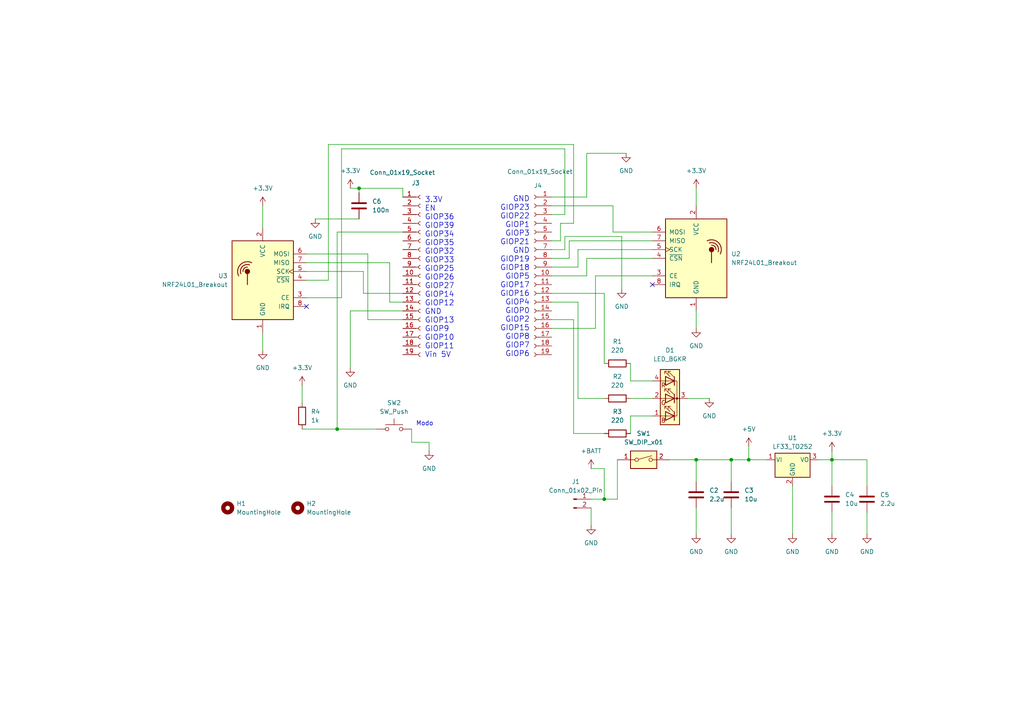
<source format=kicad_sch>
(kicad_sch
	(version 20250114)
	(generator "eeschema")
	(generator_version "9.0")
	(uuid "8d7eee74-4e66-43ff-b4d9-a3ad8116e446")
	(paper "A4")
	(lib_symbols
		(symbol "Connector:Conn_01x02_Pin"
			(pin_names
				(offset 1.016)
				(hide yes)
			)
			(exclude_from_sim no)
			(in_bom yes)
			(on_board yes)
			(property "Reference" "J"
				(at 0 2.54 0)
				(effects
					(font
						(size 1.27 1.27)
					)
				)
			)
			(property "Value" "Conn_01x02_Pin"
				(at 0 -5.08 0)
				(effects
					(font
						(size 1.27 1.27)
					)
				)
			)
			(property "Footprint" ""
				(at 0 0 0)
				(effects
					(font
						(size 1.27 1.27)
					)
					(hide yes)
				)
			)
			(property "Datasheet" "~"
				(at 0 0 0)
				(effects
					(font
						(size 1.27 1.27)
					)
					(hide yes)
				)
			)
			(property "Description" "Generic connector, single row, 01x02, script generated"
				(at 0 0 0)
				(effects
					(font
						(size 1.27 1.27)
					)
					(hide yes)
				)
			)
			(property "ki_locked" ""
				(at 0 0 0)
				(effects
					(font
						(size 1.27 1.27)
					)
				)
			)
			(property "ki_keywords" "connector"
				(at 0 0 0)
				(effects
					(font
						(size 1.27 1.27)
					)
					(hide yes)
				)
			)
			(property "ki_fp_filters" "Connector*:*_1x??_*"
				(at 0 0 0)
				(effects
					(font
						(size 1.27 1.27)
					)
					(hide yes)
				)
			)
			(symbol "Conn_01x02_Pin_1_1"
				(rectangle
					(start 0.8636 0.127)
					(end 0 -0.127)
					(stroke
						(width 0.1524)
						(type default)
					)
					(fill
						(type outline)
					)
				)
				(rectangle
					(start 0.8636 -2.413)
					(end 0 -2.667)
					(stroke
						(width 0.1524)
						(type default)
					)
					(fill
						(type outline)
					)
				)
				(polyline
					(pts
						(xy 1.27 0) (xy 0.8636 0)
					)
					(stroke
						(width 0.1524)
						(type default)
					)
					(fill
						(type none)
					)
				)
				(polyline
					(pts
						(xy 1.27 -2.54) (xy 0.8636 -2.54)
					)
					(stroke
						(width 0.1524)
						(type default)
					)
					(fill
						(type none)
					)
				)
				(pin passive line
					(at 5.08 0 180)
					(length 3.81)
					(name "Pin_1"
						(effects
							(font
								(size 1.27 1.27)
							)
						)
					)
					(number "1"
						(effects
							(font
								(size 1.27 1.27)
							)
						)
					)
				)
				(pin passive line
					(at 5.08 -2.54 180)
					(length 3.81)
					(name "Pin_2"
						(effects
							(font
								(size 1.27 1.27)
							)
						)
					)
					(number "2"
						(effects
							(font
								(size 1.27 1.27)
							)
						)
					)
				)
			)
			(embedded_fonts no)
		)
		(symbol "Connector:Conn_01x19_Socket"
			(pin_names
				(offset 1.016)
				(hide yes)
			)
			(exclude_from_sim no)
			(in_bom yes)
			(on_board yes)
			(property "Reference" "J"
				(at 0 25.4 0)
				(effects
					(font
						(size 1.27 1.27)
					)
				)
			)
			(property "Value" "Conn_01x19_Socket"
				(at 0 -25.4 0)
				(effects
					(font
						(size 1.27 1.27)
					)
				)
			)
			(property "Footprint" ""
				(at 0 0 0)
				(effects
					(font
						(size 1.27 1.27)
					)
					(hide yes)
				)
			)
			(property "Datasheet" "~"
				(at 0 0 0)
				(effects
					(font
						(size 1.27 1.27)
					)
					(hide yes)
				)
			)
			(property "Description" "Generic connector, single row, 01x19, script generated"
				(at 0 0 0)
				(effects
					(font
						(size 1.27 1.27)
					)
					(hide yes)
				)
			)
			(property "ki_locked" ""
				(at 0 0 0)
				(effects
					(font
						(size 1.27 1.27)
					)
				)
			)
			(property "ki_keywords" "connector"
				(at 0 0 0)
				(effects
					(font
						(size 1.27 1.27)
					)
					(hide yes)
				)
			)
			(property "ki_fp_filters" "Connector*:*_1x??_*"
				(at 0 0 0)
				(effects
					(font
						(size 1.27 1.27)
					)
					(hide yes)
				)
			)
			(symbol "Conn_01x19_Socket_1_1"
				(polyline
					(pts
						(xy -1.27 22.86) (xy -0.508 22.86)
					)
					(stroke
						(width 0.1524)
						(type default)
					)
					(fill
						(type none)
					)
				)
				(polyline
					(pts
						(xy -1.27 20.32) (xy -0.508 20.32)
					)
					(stroke
						(width 0.1524)
						(type default)
					)
					(fill
						(type none)
					)
				)
				(polyline
					(pts
						(xy -1.27 17.78) (xy -0.508 17.78)
					)
					(stroke
						(width 0.1524)
						(type default)
					)
					(fill
						(type none)
					)
				)
				(polyline
					(pts
						(xy -1.27 15.24) (xy -0.508 15.24)
					)
					(stroke
						(width 0.1524)
						(type default)
					)
					(fill
						(type none)
					)
				)
				(polyline
					(pts
						(xy -1.27 12.7) (xy -0.508 12.7)
					)
					(stroke
						(width 0.1524)
						(type default)
					)
					(fill
						(type none)
					)
				)
				(polyline
					(pts
						(xy -1.27 10.16) (xy -0.508 10.16)
					)
					(stroke
						(width 0.1524)
						(type default)
					)
					(fill
						(type none)
					)
				)
				(polyline
					(pts
						(xy -1.27 7.62) (xy -0.508 7.62)
					)
					(stroke
						(width 0.1524)
						(type default)
					)
					(fill
						(type none)
					)
				)
				(polyline
					(pts
						(xy -1.27 5.08) (xy -0.508 5.08)
					)
					(stroke
						(width 0.1524)
						(type default)
					)
					(fill
						(type none)
					)
				)
				(polyline
					(pts
						(xy -1.27 2.54) (xy -0.508 2.54)
					)
					(stroke
						(width 0.1524)
						(type default)
					)
					(fill
						(type none)
					)
				)
				(polyline
					(pts
						(xy -1.27 0) (xy -0.508 0)
					)
					(stroke
						(width 0.1524)
						(type default)
					)
					(fill
						(type none)
					)
				)
				(polyline
					(pts
						(xy -1.27 -2.54) (xy -0.508 -2.54)
					)
					(stroke
						(width 0.1524)
						(type default)
					)
					(fill
						(type none)
					)
				)
				(polyline
					(pts
						(xy -1.27 -5.08) (xy -0.508 -5.08)
					)
					(stroke
						(width 0.1524)
						(type default)
					)
					(fill
						(type none)
					)
				)
				(polyline
					(pts
						(xy -1.27 -7.62) (xy -0.508 -7.62)
					)
					(stroke
						(width 0.1524)
						(type default)
					)
					(fill
						(type none)
					)
				)
				(polyline
					(pts
						(xy -1.27 -10.16) (xy -0.508 -10.16)
					)
					(stroke
						(width 0.1524)
						(type default)
					)
					(fill
						(type none)
					)
				)
				(polyline
					(pts
						(xy -1.27 -12.7) (xy -0.508 -12.7)
					)
					(stroke
						(width 0.1524)
						(type default)
					)
					(fill
						(type none)
					)
				)
				(polyline
					(pts
						(xy -1.27 -15.24) (xy -0.508 -15.24)
					)
					(stroke
						(width 0.1524)
						(type default)
					)
					(fill
						(type none)
					)
				)
				(polyline
					(pts
						(xy -1.27 -17.78) (xy -0.508 -17.78)
					)
					(stroke
						(width 0.1524)
						(type default)
					)
					(fill
						(type none)
					)
				)
				(polyline
					(pts
						(xy -1.27 -20.32) (xy -0.508 -20.32)
					)
					(stroke
						(width 0.1524)
						(type default)
					)
					(fill
						(type none)
					)
				)
				(polyline
					(pts
						(xy -1.27 -22.86) (xy -0.508 -22.86)
					)
					(stroke
						(width 0.1524)
						(type default)
					)
					(fill
						(type none)
					)
				)
				(arc
					(start 0 22.352)
					(mid -0.5058 22.86)
					(end 0 23.368)
					(stroke
						(width 0.1524)
						(type default)
					)
					(fill
						(type none)
					)
				)
				(arc
					(start 0 19.812)
					(mid -0.5058 20.32)
					(end 0 20.828)
					(stroke
						(width 0.1524)
						(type default)
					)
					(fill
						(type none)
					)
				)
				(arc
					(start 0 17.272)
					(mid -0.5058 17.78)
					(end 0 18.288)
					(stroke
						(width 0.1524)
						(type default)
					)
					(fill
						(type none)
					)
				)
				(arc
					(start 0 14.732)
					(mid -0.5058 15.24)
					(end 0 15.748)
					(stroke
						(width 0.1524)
						(type default)
					)
					(fill
						(type none)
					)
				)
				(arc
					(start 0 12.192)
					(mid -0.5058 12.7)
					(end 0 13.208)
					(stroke
						(width 0.1524)
						(type default)
					)
					(fill
						(type none)
					)
				)
				(arc
					(start 0 9.652)
					(mid -0.5058 10.16)
					(end 0 10.668)
					(stroke
						(width 0.1524)
						(type default)
					)
					(fill
						(type none)
					)
				)
				(arc
					(start 0 7.112)
					(mid -0.5058 7.62)
					(end 0 8.128)
					(stroke
						(width 0.1524)
						(type default)
					)
					(fill
						(type none)
					)
				)
				(arc
					(start 0 4.572)
					(mid -0.5058 5.08)
					(end 0 5.588)
					(stroke
						(width 0.1524)
						(type default)
					)
					(fill
						(type none)
					)
				)
				(arc
					(start 0 2.032)
					(mid -0.5058 2.54)
					(end 0 3.048)
					(stroke
						(width 0.1524)
						(type default)
					)
					(fill
						(type none)
					)
				)
				(arc
					(start 0 -0.508)
					(mid -0.5058 0)
					(end 0 0.508)
					(stroke
						(width 0.1524)
						(type default)
					)
					(fill
						(type none)
					)
				)
				(arc
					(start 0 -3.048)
					(mid -0.5058 -2.54)
					(end 0 -2.032)
					(stroke
						(width 0.1524)
						(type default)
					)
					(fill
						(type none)
					)
				)
				(arc
					(start 0 -5.588)
					(mid -0.5058 -5.08)
					(end 0 -4.572)
					(stroke
						(width 0.1524)
						(type default)
					)
					(fill
						(type none)
					)
				)
				(arc
					(start 0 -8.128)
					(mid -0.5058 -7.62)
					(end 0 -7.112)
					(stroke
						(width 0.1524)
						(type default)
					)
					(fill
						(type none)
					)
				)
				(arc
					(start 0 -10.668)
					(mid -0.5058 -10.16)
					(end 0 -9.652)
					(stroke
						(width 0.1524)
						(type default)
					)
					(fill
						(type none)
					)
				)
				(arc
					(start 0 -13.208)
					(mid -0.5058 -12.7)
					(end 0 -12.192)
					(stroke
						(width 0.1524)
						(type default)
					)
					(fill
						(type none)
					)
				)
				(arc
					(start 0 -15.748)
					(mid -0.5058 -15.24)
					(end 0 -14.732)
					(stroke
						(width 0.1524)
						(type default)
					)
					(fill
						(type none)
					)
				)
				(arc
					(start 0 -18.288)
					(mid -0.5058 -17.78)
					(end 0 -17.272)
					(stroke
						(width 0.1524)
						(type default)
					)
					(fill
						(type none)
					)
				)
				(arc
					(start 0 -20.828)
					(mid -0.5058 -20.32)
					(end 0 -19.812)
					(stroke
						(width 0.1524)
						(type default)
					)
					(fill
						(type none)
					)
				)
				(arc
					(start 0 -23.368)
					(mid -0.5058 -22.86)
					(end 0 -22.352)
					(stroke
						(width 0.1524)
						(type default)
					)
					(fill
						(type none)
					)
				)
				(pin passive line
					(at -5.08 22.86 0)
					(length 3.81)
					(name "Pin_1"
						(effects
							(font
								(size 1.27 1.27)
							)
						)
					)
					(number "1"
						(effects
							(font
								(size 1.27 1.27)
							)
						)
					)
				)
				(pin passive line
					(at -5.08 20.32 0)
					(length 3.81)
					(name "Pin_2"
						(effects
							(font
								(size 1.27 1.27)
							)
						)
					)
					(number "2"
						(effects
							(font
								(size 1.27 1.27)
							)
						)
					)
				)
				(pin passive line
					(at -5.08 17.78 0)
					(length 3.81)
					(name "Pin_3"
						(effects
							(font
								(size 1.27 1.27)
							)
						)
					)
					(number "3"
						(effects
							(font
								(size 1.27 1.27)
							)
						)
					)
				)
				(pin passive line
					(at -5.08 15.24 0)
					(length 3.81)
					(name "Pin_4"
						(effects
							(font
								(size 1.27 1.27)
							)
						)
					)
					(number "4"
						(effects
							(font
								(size 1.27 1.27)
							)
						)
					)
				)
				(pin passive line
					(at -5.08 12.7 0)
					(length 3.81)
					(name "Pin_5"
						(effects
							(font
								(size 1.27 1.27)
							)
						)
					)
					(number "5"
						(effects
							(font
								(size 1.27 1.27)
							)
						)
					)
				)
				(pin passive line
					(at -5.08 10.16 0)
					(length 3.81)
					(name "Pin_6"
						(effects
							(font
								(size 1.27 1.27)
							)
						)
					)
					(number "6"
						(effects
							(font
								(size 1.27 1.27)
							)
						)
					)
				)
				(pin passive line
					(at -5.08 7.62 0)
					(length 3.81)
					(name "Pin_7"
						(effects
							(font
								(size 1.27 1.27)
							)
						)
					)
					(number "7"
						(effects
							(font
								(size 1.27 1.27)
							)
						)
					)
				)
				(pin passive line
					(at -5.08 5.08 0)
					(length 3.81)
					(name "Pin_8"
						(effects
							(font
								(size 1.27 1.27)
							)
						)
					)
					(number "8"
						(effects
							(font
								(size 1.27 1.27)
							)
						)
					)
				)
				(pin passive line
					(at -5.08 2.54 0)
					(length 3.81)
					(name "Pin_9"
						(effects
							(font
								(size 1.27 1.27)
							)
						)
					)
					(number "9"
						(effects
							(font
								(size 1.27 1.27)
							)
						)
					)
				)
				(pin passive line
					(at -5.08 0 0)
					(length 3.81)
					(name "Pin_10"
						(effects
							(font
								(size 1.27 1.27)
							)
						)
					)
					(number "10"
						(effects
							(font
								(size 1.27 1.27)
							)
						)
					)
				)
				(pin passive line
					(at -5.08 -2.54 0)
					(length 3.81)
					(name "Pin_11"
						(effects
							(font
								(size 1.27 1.27)
							)
						)
					)
					(number "11"
						(effects
							(font
								(size 1.27 1.27)
							)
						)
					)
				)
				(pin passive line
					(at -5.08 -5.08 0)
					(length 3.81)
					(name "Pin_12"
						(effects
							(font
								(size 1.27 1.27)
							)
						)
					)
					(number "12"
						(effects
							(font
								(size 1.27 1.27)
							)
						)
					)
				)
				(pin passive line
					(at -5.08 -7.62 0)
					(length 3.81)
					(name "Pin_13"
						(effects
							(font
								(size 1.27 1.27)
							)
						)
					)
					(number "13"
						(effects
							(font
								(size 1.27 1.27)
							)
						)
					)
				)
				(pin passive line
					(at -5.08 -10.16 0)
					(length 3.81)
					(name "Pin_14"
						(effects
							(font
								(size 1.27 1.27)
							)
						)
					)
					(number "14"
						(effects
							(font
								(size 1.27 1.27)
							)
						)
					)
				)
				(pin passive line
					(at -5.08 -12.7 0)
					(length 3.81)
					(name "Pin_15"
						(effects
							(font
								(size 1.27 1.27)
							)
						)
					)
					(number "15"
						(effects
							(font
								(size 1.27 1.27)
							)
						)
					)
				)
				(pin passive line
					(at -5.08 -15.24 0)
					(length 3.81)
					(name "Pin_16"
						(effects
							(font
								(size 1.27 1.27)
							)
						)
					)
					(number "16"
						(effects
							(font
								(size 1.27 1.27)
							)
						)
					)
				)
				(pin passive line
					(at -5.08 -17.78 0)
					(length 3.81)
					(name "Pin_17"
						(effects
							(font
								(size 1.27 1.27)
							)
						)
					)
					(number "17"
						(effects
							(font
								(size 1.27 1.27)
							)
						)
					)
				)
				(pin passive line
					(at -5.08 -20.32 0)
					(length 3.81)
					(name "Pin_18"
						(effects
							(font
								(size 1.27 1.27)
							)
						)
					)
					(number "18"
						(effects
							(font
								(size 1.27 1.27)
							)
						)
					)
				)
				(pin passive line
					(at -5.08 -22.86 0)
					(length 3.81)
					(name "Pin_19"
						(effects
							(font
								(size 1.27 1.27)
							)
						)
					)
					(number "19"
						(effects
							(font
								(size 1.27 1.27)
							)
						)
					)
				)
			)
			(embedded_fonts no)
		)
		(symbol "Device:C"
			(pin_numbers
				(hide yes)
			)
			(pin_names
				(offset 0.254)
			)
			(exclude_from_sim no)
			(in_bom yes)
			(on_board yes)
			(property "Reference" "C"
				(at 0.635 2.54 0)
				(effects
					(font
						(size 1.27 1.27)
					)
					(justify left)
				)
			)
			(property "Value" "C"
				(at 0.635 -2.54 0)
				(effects
					(font
						(size 1.27 1.27)
					)
					(justify left)
				)
			)
			(property "Footprint" ""
				(at 0.9652 -3.81 0)
				(effects
					(font
						(size 1.27 1.27)
					)
					(hide yes)
				)
			)
			(property "Datasheet" "~"
				(at 0 0 0)
				(effects
					(font
						(size 1.27 1.27)
					)
					(hide yes)
				)
			)
			(property "Description" "Unpolarized capacitor"
				(at 0 0 0)
				(effects
					(font
						(size 1.27 1.27)
					)
					(hide yes)
				)
			)
			(property "ki_keywords" "cap capacitor"
				(at 0 0 0)
				(effects
					(font
						(size 1.27 1.27)
					)
					(hide yes)
				)
			)
			(property "ki_fp_filters" "C_*"
				(at 0 0 0)
				(effects
					(font
						(size 1.27 1.27)
					)
					(hide yes)
				)
			)
			(symbol "C_0_1"
				(polyline
					(pts
						(xy -2.032 0.762) (xy 2.032 0.762)
					)
					(stroke
						(width 0.508)
						(type default)
					)
					(fill
						(type none)
					)
				)
				(polyline
					(pts
						(xy -2.032 -0.762) (xy 2.032 -0.762)
					)
					(stroke
						(width 0.508)
						(type default)
					)
					(fill
						(type none)
					)
				)
			)
			(symbol "C_1_1"
				(pin passive line
					(at 0 3.81 270)
					(length 2.794)
					(name "~"
						(effects
							(font
								(size 1.27 1.27)
							)
						)
					)
					(number "1"
						(effects
							(font
								(size 1.27 1.27)
							)
						)
					)
				)
				(pin passive line
					(at 0 -3.81 90)
					(length 2.794)
					(name "~"
						(effects
							(font
								(size 1.27 1.27)
							)
						)
					)
					(number "2"
						(effects
							(font
								(size 1.27 1.27)
							)
						)
					)
				)
			)
			(embedded_fonts no)
		)
		(symbol "Device:LED_BGKR"
			(pin_names
				(offset 0)
				(hide yes)
			)
			(exclude_from_sim no)
			(in_bom yes)
			(on_board yes)
			(property "Reference" "D"
				(at 0 9.398 0)
				(effects
					(font
						(size 1.27 1.27)
					)
				)
			)
			(property "Value" "LED_BGKR"
				(at 0 -8.89 0)
				(effects
					(font
						(size 1.27 1.27)
					)
				)
			)
			(property "Footprint" ""
				(at 0 -1.27 0)
				(effects
					(font
						(size 1.27 1.27)
					)
					(hide yes)
				)
			)
			(property "Datasheet" "~"
				(at 0 -1.27 0)
				(effects
					(font
						(size 1.27 1.27)
					)
					(hide yes)
				)
			)
			(property "Description" "RGB LED, blue/green/cathode/red"
				(at 0 0 0)
				(effects
					(font
						(size 1.27 1.27)
					)
					(hide yes)
				)
			)
			(property "ki_keywords" "LED RGB diode"
				(at 0 0 0)
				(effects
					(font
						(size 1.27 1.27)
					)
					(hide yes)
				)
			)
			(property "ki_fp_filters" "LED* LED_SMD:* LED_THT:*"
				(at 0 0 0)
				(effects
					(font
						(size 1.27 1.27)
					)
					(hide yes)
				)
			)
			(symbol "LED_BGKR_0_0"
				(text "R"
					(at 1.905 3.81 0)
					(effects
						(font
							(size 1.27 1.27)
						)
					)
				)
				(text "G"
					(at 1.905 -1.27 0)
					(effects
						(font
							(size 1.27 1.27)
						)
					)
				)
				(text "B"
					(at 1.905 -6.35 0)
					(effects
						(font
							(size 1.27 1.27)
						)
					)
				)
			)
			(symbol "LED_BGKR_0_1"
				(circle
					(center -2.032 0)
					(radius 0.254)
					(stroke
						(width 0)
						(type default)
					)
					(fill
						(type outline)
					)
				)
				(polyline
					(pts
						(xy -1.27 6.35) (xy -1.27 3.81)
					)
					(stroke
						(width 0.254)
						(type default)
					)
					(fill
						(type none)
					)
				)
				(polyline
					(pts
						(xy -1.27 6.35) (xy -1.27 3.81) (xy -1.27 3.81)
					)
					(stroke
						(width 0)
						(type default)
					)
					(fill
						(type none)
					)
				)
				(polyline
					(pts
						(xy -1.27 5.08) (xy 1.27 5.08)
					)
					(stroke
						(width 0)
						(type default)
					)
					(fill
						(type none)
					)
				)
				(polyline
					(pts
						(xy -1.27 5.08) (xy -2.032 5.08) (xy -2.032 -5.08) (xy -1.016 -5.08)
					)
					(stroke
						(width 0)
						(type default)
					)
					(fill
						(type none)
					)
				)
				(polyline
					(pts
						(xy -1.27 1.27) (xy -1.27 -1.27)
					)
					(stroke
						(width 0.254)
						(type default)
					)
					(fill
						(type none)
					)
				)
				(polyline
					(pts
						(xy -1.27 1.27) (xy -1.27 -1.27) (xy -1.27 -1.27)
					)
					(stroke
						(width 0)
						(type default)
					)
					(fill
						(type none)
					)
				)
				(polyline
					(pts
						(xy -1.27 0) (xy -2.54 0)
					)
					(stroke
						(width 0)
						(type default)
					)
					(fill
						(type none)
					)
				)
				(polyline
					(pts
						(xy -1.27 -3.81) (xy -1.27 -6.35)
					)
					(stroke
						(width 0.254)
						(type default)
					)
					(fill
						(type none)
					)
				)
				(polyline
					(pts
						(xy -1.27 -5.08) (xy 1.27 -5.08)
					)
					(stroke
						(width 0)
						(type default)
					)
					(fill
						(type none)
					)
				)
				(polyline
					(pts
						(xy -1.016 6.35) (xy 0.508 7.874) (xy -0.254 7.874) (xy 0.508 7.874) (xy 0.508 7.112)
					)
					(stroke
						(width 0)
						(type default)
					)
					(fill
						(type none)
					)
				)
				(polyline
					(pts
						(xy -1.016 1.27) (xy 0.508 2.794) (xy -0.254 2.794) (xy 0.508 2.794) (xy 0.508 2.032)
					)
					(stroke
						(width 0)
						(type default)
					)
					(fill
						(type none)
					)
				)
				(polyline
					(pts
						(xy -1.016 -3.81) (xy 0.508 -2.286) (xy -0.254 -2.286) (xy 0.508 -2.286) (xy 0.508 -3.048)
					)
					(stroke
						(width 0)
						(type default)
					)
					(fill
						(type none)
					)
				)
				(polyline
					(pts
						(xy 0 6.35) (xy 1.524 7.874) (xy 0.762 7.874) (xy 1.524 7.874) (xy 1.524 7.112)
					)
					(stroke
						(width 0)
						(type default)
					)
					(fill
						(type none)
					)
				)
				(polyline
					(pts
						(xy 0 1.27) (xy 1.524 2.794) (xy 0.762 2.794) (xy 1.524 2.794) (xy 1.524 2.032)
					)
					(stroke
						(width 0)
						(type default)
					)
					(fill
						(type none)
					)
				)
				(polyline
					(pts
						(xy 0 -3.81) (xy 1.524 -2.286) (xy 0.762 -2.286) (xy 1.524 -2.286) (xy 1.524 -3.048)
					)
					(stroke
						(width 0)
						(type default)
					)
					(fill
						(type none)
					)
				)
				(polyline
					(pts
						(xy 1.27 6.35) (xy 1.27 3.81) (xy -1.27 5.08) (xy 1.27 6.35)
					)
					(stroke
						(width 0.254)
						(type default)
					)
					(fill
						(type none)
					)
				)
				(rectangle
					(start 1.27 6.35)
					(end 1.27 6.35)
					(stroke
						(width 0)
						(type default)
					)
					(fill
						(type none)
					)
				)
				(polyline
					(pts
						(xy 1.27 5.08) (xy 2.54 5.08)
					)
					(stroke
						(width 0)
						(type default)
					)
					(fill
						(type none)
					)
				)
				(rectangle
					(start 1.27 3.81)
					(end 1.27 6.35)
					(stroke
						(width 0)
						(type default)
					)
					(fill
						(type none)
					)
				)
				(polyline
					(pts
						(xy 1.27 1.27) (xy 1.27 -1.27) (xy -1.27 0) (xy 1.27 1.27)
					)
					(stroke
						(width 0.254)
						(type default)
					)
					(fill
						(type none)
					)
				)
				(rectangle
					(start 1.27 1.27)
					(end 1.27 1.27)
					(stroke
						(width 0)
						(type default)
					)
					(fill
						(type none)
					)
				)
				(polyline
					(pts
						(xy 1.27 0) (xy -1.27 0)
					)
					(stroke
						(width 0)
						(type default)
					)
					(fill
						(type none)
					)
				)
				(polyline
					(pts
						(xy 1.27 0) (xy 2.54 0)
					)
					(stroke
						(width 0)
						(type default)
					)
					(fill
						(type none)
					)
				)
				(rectangle
					(start 1.27 -1.27)
					(end 1.27 1.27)
					(stroke
						(width 0)
						(type default)
					)
					(fill
						(type none)
					)
				)
				(polyline
					(pts
						(xy 1.27 -3.81) (xy 1.27 -6.35) (xy -1.27 -5.08) (xy 1.27 -3.81)
					)
					(stroke
						(width 0.254)
						(type default)
					)
					(fill
						(type none)
					)
				)
				(polyline
					(pts
						(xy 1.27 -5.08) (xy 2.54 -5.08)
					)
					(stroke
						(width 0)
						(type default)
					)
					(fill
						(type none)
					)
				)
				(rectangle
					(start 2.794 8.382)
					(end -2.794 -7.62)
					(stroke
						(width 0.254)
						(type default)
					)
					(fill
						(type background)
					)
				)
			)
			(symbol "LED_BGKR_1_1"
				(pin passive line
					(at -5.08 0 0)
					(length 2.54)
					(name "K"
						(effects
							(font
								(size 1.27 1.27)
							)
						)
					)
					(number "3"
						(effects
							(font
								(size 1.27 1.27)
							)
						)
					)
				)
				(pin passive line
					(at 5.08 5.08 180)
					(length 2.54)
					(name "RA"
						(effects
							(font
								(size 1.27 1.27)
							)
						)
					)
					(number "4"
						(effects
							(font
								(size 1.27 1.27)
							)
						)
					)
				)
				(pin passive line
					(at 5.08 0 180)
					(length 2.54)
					(name "GA"
						(effects
							(font
								(size 1.27 1.27)
							)
						)
					)
					(number "2"
						(effects
							(font
								(size 1.27 1.27)
							)
						)
					)
				)
				(pin passive line
					(at 5.08 -5.08 180)
					(length 2.54)
					(name "BA"
						(effects
							(font
								(size 1.27 1.27)
							)
						)
					)
					(number "1"
						(effects
							(font
								(size 1.27 1.27)
							)
						)
					)
				)
			)
			(embedded_fonts no)
		)
		(symbol "Device:R"
			(pin_numbers
				(hide yes)
			)
			(pin_names
				(offset 0)
			)
			(exclude_from_sim no)
			(in_bom yes)
			(on_board yes)
			(property "Reference" "R"
				(at 2.032 0 90)
				(effects
					(font
						(size 1.27 1.27)
					)
				)
			)
			(property "Value" "R"
				(at 0 0 90)
				(effects
					(font
						(size 1.27 1.27)
					)
				)
			)
			(property "Footprint" ""
				(at -1.778 0 90)
				(effects
					(font
						(size 1.27 1.27)
					)
					(hide yes)
				)
			)
			(property "Datasheet" "~"
				(at 0 0 0)
				(effects
					(font
						(size 1.27 1.27)
					)
					(hide yes)
				)
			)
			(property "Description" "Resistor"
				(at 0 0 0)
				(effects
					(font
						(size 1.27 1.27)
					)
					(hide yes)
				)
			)
			(property "ki_keywords" "R res resistor"
				(at 0 0 0)
				(effects
					(font
						(size 1.27 1.27)
					)
					(hide yes)
				)
			)
			(property "ki_fp_filters" "R_*"
				(at 0 0 0)
				(effects
					(font
						(size 1.27 1.27)
					)
					(hide yes)
				)
			)
			(symbol "R_0_1"
				(rectangle
					(start -1.016 -2.54)
					(end 1.016 2.54)
					(stroke
						(width 0.254)
						(type default)
					)
					(fill
						(type none)
					)
				)
			)
			(symbol "R_1_1"
				(pin passive line
					(at 0 3.81 270)
					(length 1.27)
					(name "~"
						(effects
							(font
								(size 1.27 1.27)
							)
						)
					)
					(number "1"
						(effects
							(font
								(size 1.27 1.27)
							)
						)
					)
				)
				(pin passive line
					(at 0 -3.81 90)
					(length 1.27)
					(name "~"
						(effects
							(font
								(size 1.27 1.27)
							)
						)
					)
					(number "2"
						(effects
							(font
								(size 1.27 1.27)
							)
						)
					)
				)
			)
			(embedded_fonts no)
		)
		(symbol "Mechanical:MountingHole"
			(pin_names
				(offset 1.016)
			)
			(exclude_from_sim yes)
			(in_bom no)
			(on_board yes)
			(property "Reference" "H"
				(at 0 5.08 0)
				(effects
					(font
						(size 1.27 1.27)
					)
				)
			)
			(property "Value" "MountingHole"
				(at 0 3.175 0)
				(effects
					(font
						(size 1.27 1.27)
					)
				)
			)
			(property "Footprint" ""
				(at 0 0 0)
				(effects
					(font
						(size 1.27 1.27)
					)
					(hide yes)
				)
			)
			(property "Datasheet" "~"
				(at 0 0 0)
				(effects
					(font
						(size 1.27 1.27)
					)
					(hide yes)
				)
			)
			(property "Description" "Mounting Hole without connection"
				(at 0 0 0)
				(effects
					(font
						(size 1.27 1.27)
					)
					(hide yes)
				)
			)
			(property "ki_keywords" "mounting hole"
				(at 0 0 0)
				(effects
					(font
						(size 1.27 1.27)
					)
					(hide yes)
				)
			)
			(property "ki_fp_filters" "MountingHole*"
				(at 0 0 0)
				(effects
					(font
						(size 1.27 1.27)
					)
					(hide yes)
				)
			)
			(symbol "MountingHole_0_1"
				(circle
					(center 0 0)
					(radius 1.27)
					(stroke
						(width 1.27)
						(type default)
					)
					(fill
						(type none)
					)
				)
			)
			(embedded_fonts no)
		)
		(symbol "RF:NRF24L01_Breakout"
			(pin_names
				(offset 1.016)
			)
			(exclude_from_sim no)
			(in_bom yes)
			(on_board yes)
			(property "Reference" "U"
				(at -8.89 12.7 0)
				(effects
					(font
						(size 1.27 1.27)
					)
					(justify left)
				)
			)
			(property "Value" "NRF24L01_Breakout"
				(at 3.81 12.7 0)
				(effects
					(font
						(size 1.27 1.27)
					)
					(justify left)
				)
			)
			(property "Footprint" "RF_Module:nRF24L01_Breakout"
				(at 3.81 15.24 0)
				(effects
					(font
						(size 1.27 1.27)
						(italic yes)
					)
					(justify left)
					(hide yes)
				)
			)
			(property "Datasheet" "http://www.nordicsemi.com/eng/content/download/2730/34105/file/nRF24L01_Product_Specification_v2_0.pdf"
				(at 0 -2.54 0)
				(effects
					(font
						(size 1.27 1.27)
					)
					(hide yes)
				)
			)
			(property "Description" "Ultra low power 2.4GHz RF Transceiver, Carrier PCB"
				(at 0 0 0)
				(effects
					(font
						(size 1.27 1.27)
					)
					(hide yes)
				)
			)
			(property "ki_keywords" "Low Power RF Transceiver breakout carrier"
				(at 0 0 0)
				(effects
					(font
						(size 1.27 1.27)
					)
					(hide yes)
				)
			)
			(property "ki_fp_filters" "nRF24L01*Breakout*"
				(at 0 0 0)
				(effects
					(font
						(size 1.27 1.27)
					)
					(hide yes)
				)
			)
			(symbol "NRF24L01_Breakout_0_1"
				(rectangle
					(start -8.89 11.43)
					(end 8.89 -11.43)
					(stroke
						(width 0.254)
						(type default)
					)
					(fill
						(type background)
					)
				)
				(arc
					(start 3.175 5.08)
					(mid 6.453 4.548)
					(end 6.985 1.27)
					(stroke
						(width 0.254)
						(type default)
					)
					(fill
						(type none)
					)
				)
				(circle
					(center 4.445 2.54)
					(radius 0.635)
					(stroke
						(width 0.254)
						(type default)
					)
					(fill
						(type outline)
					)
				)
				(polyline
					(pts
						(xy 4.445 1.905) (xy 4.445 -1.27)
					)
					(stroke
						(width 0.254)
						(type default)
					)
					(fill
						(type none)
					)
				)
				(arc
					(start 3.81 4.445)
					(mid 5.8835 3.9785)
					(end 6.35 1.905)
					(stroke
						(width 0.254)
						(type default)
					)
					(fill
						(type none)
					)
				)
				(arc
					(start 4.445 3.81)
					(mid 5.3558 3.4508)
					(end 5.715 2.54)
					(stroke
						(width 0.254)
						(type default)
					)
					(fill
						(type none)
					)
				)
			)
			(symbol "NRF24L01_Breakout_1_1"
				(pin input line
					(at -12.7 7.62 0)
					(length 3.81)
					(name "MOSI"
						(effects
							(font
								(size 1.27 1.27)
							)
						)
					)
					(number "6"
						(effects
							(font
								(size 1.27 1.27)
							)
						)
					)
				)
				(pin output line
					(at -12.7 5.08 0)
					(length 3.81)
					(name "MISO"
						(effects
							(font
								(size 1.27 1.27)
							)
						)
					)
					(number "7"
						(effects
							(font
								(size 1.27 1.27)
							)
						)
					)
				)
				(pin input clock
					(at -12.7 2.54 0)
					(length 3.81)
					(name "SCK"
						(effects
							(font
								(size 1.27 1.27)
							)
						)
					)
					(number "5"
						(effects
							(font
								(size 1.27 1.27)
							)
						)
					)
				)
				(pin input line
					(at -12.7 0 0)
					(length 3.81)
					(name "~{CSN}"
						(effects
							(font
								(size 1.27 1.27)
							)
						)
					)
					(number "4"
						(effects
							(font
								(size 1.27 1.27)
							)
						)
					)
				)
				(pin input line
					(at -12.7 -5.08 0)
					(length 3.81)
					(name "CE"
						(effects
							(font
								(size 1.27 1.27)
							)
						)
					)
					(number "3"
						(effects
							(font
								(size 1.27 1.27)
							)
						)
					)
				)
				(pin output line
					(at -12.7 -7.62 0)
					(length 3.81)
					(name "IRQ"
						(effects
							(font
								(size 1.27 1.27)
							)
						)
					)
					(number "8"
						(effects
							(font
								(size 1.27 1.27)
							)
						)
					)
				)
				(pin power_in line
					(at 0 15.24 270)
					(length 3.81)
					(name "VCC"
						(effects
							(font
								(size 1.27 1.27)
							)
						)
					)
					(number "2"
						(effects
							(font
								(size 1.27 1.27)
							)
						)
					)
				)
				(pin power_in line
					(at 0 -15.24 90)
					(length 3.81)
					(name "GND"
						(effects
							(font
								(size 1.27 1.27)
							)
						)
					)
					(number "1"
						(effects
							(font
								(size 1.27 1.27)
							)
						)
					)
				)
			)
			(embedded_fonts no)
		)
		(symbol "Regulator_Linear:LF33_TO252"
			(pin_names
				(offset 0.254)
			)
			(exclude_from_sim no)
			(in_bom yes)
			(on_board yes)
			(property "Reference" "U"
				(at -3.81 3.175 0)
				(effects
					(font
						(size 1.27 1.27)
					)
				)
			)
			(property "Value" "LF33_TO252"
				(at 0 3.175 0)
				(effects
					(font
						(size 1.27 1.27)
					)
					(justify left)
				)
			)
			(property "Footprint" "Package_TO_SOT_SMD:TO-252-2"
				(at 0 5.715 0)
				(effects
					(font
						(size 1.27 1.27)
						(italic yes)
					)
					(hide yes)
				)
			)
			(property "Datasheet" "http://www.st.com/content/ccc/resource/technical/document/datasheet/c4/0e/7e/2a/be/bc/4c/bd/CD00000546.pdf/files/CD00000546.pdf/jcr:content/translations/en.CD00000546.pdf"
				(at 0 -1.27 0)
				(effects
					(font
						(size 1.27 1.27)
					)
					(hide yes)
				)
			)
			(property "Description" "Low-drop Voltage Regulator, Io up to 500mA, Fixed Vo 3.3V, TO-252 (DPAK)"
				(at 0 0 0)
				(effects
					(font
						(size 1.27 1.27)
					)
					(hide yes)
				)
			)
			(property "ki_keywords" "LDO regulator voltage"
				(at 0 0 0)
				(effects
					(font
						(size 1.27 1.27)
					)
					(hide yes)
				)
			)
			(property "ki_fp_filters" "TO?252*"
				(at 0 0 0)
				(effects
					(font
						(size 1.27 1.27)
					)
					(hide yes)
				)
			)
			(symbol "LF33_TO252_0_1"
				(rectangle
					(start -5.08 1.905)
					(end 5.08 -5.08)
					(stroke
						(width 0.254)
						(type default)
					)
					(fill
						(type background)
					)
				)
			)
			(symbol "LF33_TO252_1_1"
				(pin power_in line
					(at -7.62 0 0)
					(length 2.54)
					(name "VI"
						(effects
							(font
								(size 1.27 1.27)
							)
						)
					)
					(number "1"
						(effects
							(font
								(size 1.27 1.27)
							)
						)
					)
				)
				(pin power_in line
					(at 0 -7.62 90)
					(length 2.54)
					(name "GND"
						(effects
							(font
								(size 1.27 1.27)
							)
						)
					)
					(number "2"
						(effects
							(font
								(size 1.27 1.27)
							)
						)
					)
				)
				(pin power_out line
					(at 7.62 0 180)
					(length 2.54)
					(name "VO"
						(effects
							(font
								(size 1.27 1.27)
							)
						)
					)
					(number "3"
						(effects
							(font
								(size 1.27 1.27)
							)
						)
					)
				)
			)
			(embedded_fonts no)
		)
		(symbol "Switch:SW_DIP_x01"
			(pin_names
				(offset 0)
				(hide yes)
			)
			(exclude_from_sim no)
			(in_bom yes)
			(on_board yes)
			(property "Reference" "SW"
				(at 0 3.81 0)
				(effects
					(font
						(size 1.27 1.27)
					)
				)
			)
			(property "Value" "SW_DIP_x01"
				(at 0 -3.81 0)
				(effects
					(font
						(size 1.27 1.27)
					)
				)
			)
			(property "Footprint" ""
				(at 0 0 0)
				(effects
					(font
						(size 1.27 1.27)
					)
					(hide yes)
				)
			)
			(property "Datasheet" "~"
				(at 0 0 0)
				(effects
					(font
						(size 1.27 1.27)
					)
					(hide yes)
				)
			)
			(property "Description" "1x DIP Switch, Single Pole Single Throw (SPST) switch, small symbol"
				(at 0 0 0)
				(effects
					(font
						(size 1.27 1.27)
					)
					(hide yes)
				)
			)
			(property "ki_keywords" "dip switch"
				(at 0 0 0)
				(effects
					(font
						(size 1.27 1.27)
					)
					(hide yes)
				)
			)
			(property "ki_fp_filters" "SW?DIP?x1*"
				(at 0 0 0)
				(effects
					(font
						(size 1.27 1.27)
					)
					(hide yes)
				)
			)
			(symbol "SW_DIP_x01_0_0"
				(circle
					(center -2.032 0)
					(radius 0.508)
					(stroke
						(width 0)
						(type default)
					)
					(fill
						(type none)
					)
				)
				(polyline
					(pts
						(xy -1.524 0.127) (xy 2.3622 1.1684)
					)
					(stroke
						(width 0)
						(type default)
					)
					(fill
						(type none)
					)
				)
				(circle
					(center 2.032 0)
					(radius 0.508)
					(stroke
						(width 0)
						(type default)
					)
					(fill
						(type none)
					)
				)
			)
			(symbol "SW_DIP_x01_0_1"
				(rectangle
					(start -3.81 2.54)
					(end 3.81 -2.54)
					(stroke
						(width 0.254)
						(type default)
					)
					(fill
						(type background)
					)
				)
			)
			(symbol "SW_DIP_x01_1_1"
				(pin passive line
					(at -7.62 0 0)
					(length 5.08)
					(name "~"
						(effects
							(font
								(size 1.27 1.27)
							)
						)
					)
					(number "1"
						(effects
							(font
								(size 1.27 1.27)
							)
						)
					)
				)
				(pin passive line
					(at 7.62 0 180)
					(length 5.08)
					(name "~"
						(effects
							(font
								(size 1.27 1.27)
							)
						)
					)
					(number "2"
						(effects
							(font
								(size 1.27 1.27)
							)
						)
					)
				)
			)
			(embedded_fonts no)
		)
		(symbol "Switch:SW_Push"
			(pin_numbers
				(hide yes)
			)
			(pin_names
				(offset 1.016)
				(hide yes)
			)
			(exclude_from_sim no)
			(in_bom yes)
			(on_board yes)
			(property "Reference" "SW"
				(at 1.27 2.54 0)
				(effects
					(font
						(size 1.27 1.27)
					)
					(justify left)
				)
			)
			(property "Value" "SW_Push"
				(at 0 -1.524 0)
				(effects
					(font
						(size 1.27 1.27)
					)
				)
			)
			(property "Footprint" ""
				(at 0 5.08 0)
				(effects
					(font
						(size 1.27 1.27)
					)
					(hide yes)
				)
			)
			(property "Datasheet" "~"
				(at 0 5.08 0)
				(effects
					(font
						(size 1.27 1.27)
					)
					(hide yes)
				)
			)
			(property "Description" "Push button switch, generic, two pins"
				(at 0 0 0)
				(effects
					(font
						(size 1.27 1.27)
					)
					(hide yes)
				)
			)
			(property "ki_keywords" "switch normally-open pushbutton push-button"
				(at 0 0 0)
				(effects
					(font
						(size 1.27 1.27)
					)
					(hide yes)
				)
			)
			(symbol "SW_Push_0_1"
				(circle
					(center -2.032 0)
					(radius 0.508)
					(stroke
						(width 0)
						(type default)
					)
					(fill
						(type none)
					)
				)
				(polyline
					(pts
						(xy 0 1.27) (xy 0 3.048)
					)
					(stroke
						(width 0)
						(type default)
					)
					(fill
						(type none)
					)
				)
				(circle
					(center 2.032 0)
					(radius 0.508)
					(stroke
						(width 0)
						(type default)
					)
					(fill
						(type none)
					)
				)
				(polyline
					(pts
						(xy 2.54 1.27) (xy -2.54 1.27)
					)
					(stroke
						(width 0)
						(type default)
					)
					(fill
						(type none)
					)
				)
				(pin passive line
					(at -5.08 0 0)
					(length 2.54)
					(name "1"
						(effects
							(font
								(size 1.27 1.27)
							)
						)
					)
					(number "1"
						(effects
							(font
								(size 1.27 1.27)
							)
						)
					)
				)
				(pin passive line
					(at 5.08 0 180)
					(length 2.54)
					(name "2"
						(effects
							(font
								(size 1.27 1.27)
							)
						)
					)
					(number "2"
						(effects
							(font
								(size 1.27 1.27)
							)
						)
					)
				)
			)
			(embedded_fonts no)
		)
		(symbol "power:+3.3V"
			(power)
			(pin_numbers
				(hide yes)
			)
			(pin_names
				(offset 0)
				(hide yes)
			)
			(exclude_from_sim no)
			(in_bom yes)
			(on_board yes)
			(property "Reference" "#PWR"
				(at 0 -3.81 0)
				(effects
					(font
						(size 1.27 1.27)
					)
					(hide yes)
				)
			)
			(property "Value" "+3.3V"
				(at 0 3.556 0)
				(effects
					(font
						(size 1.27 1.27)
					)
				)
			)
			(property "Footprint" ""
				(at 0 0 0)
				(effects
					(font
						(size 1.27 1.27)
					)
					(hide yes)
				)
			)
			(property "Datasheet" ""
				(at 0 0 0)
				(effects
					(font
						(size 1.27 1.27)
					)
					(hide yes)
				)
			)
			(property "Description" "Power symbol creates a global label with name \"+3.3V\""
				(at 0 0 0)
				(effects
					(font
						(size 1.27 1.27)
					)
					(hide yes)
				)
			)
			(property "ki_keywords" "global power"
				(at 0 0 0)
				(effects
					(font
						(size 1.27 1.27)
					)
					(hide yes)
				)
			)
			(symbol "+3.3V_0_1"
				(polyline
					(pts
						(xy -0.762 1.27) (xy 0 2.54)
					)
					(stroke
						(width 0)
						(type default)
					)
					(fill
						(type none)
					)
				)
				(polyline
					(pts
						(xy 0 2.54) (xy 0.762 1.27)
					)
					(stroke
						(width 0)
						(type default)
					)
					(fill
						(type none)
					)
				)
				(polyline
					(pts
						(xy 0 0) (xy 0 2.54)
					)
					(stroke
						(width 0)
						(type default)
					)
					(fill
						(type none)
					)
				)
			)
			(symbol "+3.3V_1_1"
				(pin power_in line
					(at 0 0 90)
					(length 0)
					(name "~"
						(effects
							(font
								(size 1.27 1.27)
							)
						)
					)
					(number "1"
						(effects
							(font
								(size 1.27 1.27)
							)
						)
					)
				)
			)
			(embedded_fonts no)
		)
		(symbol "power:+5V"
			(power)
			(pin_numbers
				(hide yes)
			)
			(pin_names
				(offset 0)
				(hide yes)
			)
			(exclude_from_sim no)
			(in_bom yes)
			(on_board yes)
			(property "Reference" "#PWR"
				(at 0 -3.81 0)
				(effects
					(font
						(size 1.27 1.27)
					)
					(hide yes)
				)
			)
			(property "Value" "+5V"
				(at 0 3.556 0)
				(effects
					(font
						(size 1.27 1.27)
					)
				)
			)
			(property "Footprint" ""
				(at 0 0 0)
				(effects
					(font
						(size 1.27 1.27)
					)
					(hide yes)
				)
			)
			(property "Datasheet" ""
				(at 0 0 0)
				(effects
					(font
						(size 1.27 1.27)
					)
					(hide yes)
				)
			)
			(property "Description" "Power symbol creates a global label with name \"+5V\""
				(at 0 0 0)
				(effects
					(font
						(size 1.27 1.27)
					)
					(hide yes)
				)
			)
			(property "ki_keywords" "global power"
				(at 0 0 0)
				(effects
					(font
						(size 1.27 1.27)
					)
					(hide yes)
				)
			)
			(symbol "+5V_0_1"
				(polyline
					(pts
						(xy -0.762 1.27) (xy 0 2.54)
					)
					(stroke
						(width 0)
						(type default)
					)
					(fill
						(type none)
					)
				)
				(polyline
					(pts
						(xy 0 2.54) (xy 0.762 1.27)
					)
					(stroke
						(width 0)
						(type default)
					)
					(fill
						(type none)
					)
				)
				(polyline
					(pts
						(xy 0 0) (xy 0 2.54)
					)
					(stroke
						(width 0)
						(type default)
					)
					(fill
						(type none)
					)
				)
			)
			(symbol "+5V_1_1"
				(pin power_in line
					(at 0 0 90)
					(length 0)
					(name "~"
						(effects
							(font
								(size 1.27 1.27)
							)
						)
					)
					(number "1"
						(effects
							(font
								(size 1.27 1.27)
							)
						)
					)
				)
			)
			(embedded_fonts no)
		)
		(symbol "power:+BATT"
			(power)
			(pin_numbers
				(hide yes)
			)
			(pin_names
				(offset 0)
				(hide yes)
			)
			(exclude_from_sim no)
			(in_bom yes)
			(on_board yes)
			(property "Reference" "#PWR"
				(at 0 -3.81 0)
				(effects
					(font
						(size 1.27 1.27)
					)
					(hide yes)
				)
			)
			(property "Value" "+BATT"
				(at 0 3.556 0)
				(effects
					(font
						(size 1.27 1.27)
					)
				)
			)
			(property "Footprint" ""
				(at 0 0 0)
				(effects
					(font
						(size 1.27 1.27)
					)
					(hide yes)
				)
			)
			(property "Datasheet" ""
				(at 0 0 0)
				(effects
					(font
						(size 1.27 1.27)
					)
					(hide yes)
				)
			)
			(property "Description" "Power symbol creates a global label with name \"+BATT\""
				(at 0 0 0)
				(effects
					(font
						(size 1.27 1.27)
					)
					(hide yes)
				)
			)
			(property "ki_keywords" "global power battery"
				(at 0 0 0)
				(effects
					(font
						(size 1.27 1.27)
					)
					(hide yes)
				)
			)
			(symbol "+BATT_0_1"
				(polyline
					(pts
						(xy -0.762 1.27) (xy 0 2.54)
					)
					(stroke
						(width 0)
						(type default)
					)
					(fill
						(type none)
					)
				)
				(polyline
					(pts
						(xy 0 2.54) (xy 0.762 1.27)
					)
					(stroke
						(width 0)
						(type default)
					)
					(fill
						(type none)
					)
				)
				(polyline
					(pts
						(xy 0 0) (xy 0 2.54)
					)
					(stroke
						(width 0)
						(type default)
					)
					(fill
						(type none)
					)
				)
			)
			(symbol "+BATT_1_1"
				(pin power_in line
					(at 0 0 90)
					(length 0)
					(name "~"
						(effects
							(font
								(size 1.27 1.27)
							)
						)
					)
					(number "1"
						(effects
							(font
								(size 1.27 1.27)
							)
						)
					)
				)
			)
			(embedded_fonts no)
		)
		(symbol "power:GND"
			(power)
			(pin_numbers
				(hide yes)
			)
			(pin_names
				(offset 0)
				(hide yes)
			)
			(exclude_from_sim no)
			(in_bom yes)
			(on_board yes)
			(property "Reference" "#PWR"
				(at 0 -6.35 0)
				(effects
					(font
						(size 1.27 1.27)
					)
					(hide yes)
				)
			)
			(property "Value" "GND"
				(at 0 -3.81 0)
				(effects
					(font
						(size 1.27 1.27)
					)
				)
			)
			(property "Footprint" ""
				(at 0 0 0)
				(effects
					(font
						(size 1.27 1.27)
					)
					(hide yes)
				)
			)
			(property "Datasheet" ""
				(at 0 0 0)
				(effects
					(font
						(size 1.27 1.27)
					)
					(hide yes)
				)
			)
			(property "Description" "Power symbol creates a global label with name \"GND\" , ground"
				(at 0 0 0)
				(effects
					(font
						(size 1.27 1.27)
					)
					(hide yes)
				)
			)
			(property "ki_keywords" "global power"
				(at 0 0 0)
				(effects
					(font
						(size 1.27 1.27)
					)
					(hide yes)
				)
			)
			(symbol "GND_0_1"
				(polyline
					(pts
						(xy 0 0) (xy 0 -1.27) (xy 1.27 -1.27) (xy 0 -2.54) (xy -1.27 -1.27) (xy 0 -1.27)
					)
					(stroke
						(width 0)
						(type default)
					)
					(fill
						(type none)
					)
				)
			)
			(symbol "GND_1_1"
				(pin power_in line
					(at 0 0 270)
					(length 0)
					(name "~"
						(effects
							(font
								(size 1.27 1.27)
							)
						)
					)
					(number "1"
						(effects
							(font
								(size 1.27 1.27)
							)
						)
					)
				)
			)
			(embedded_fonts no)
		)
	)
	(text "Modo"
		(exclude_from_sim no)
		(at 123.19 122.936 0)
		(effects
			(font
				(size 1.27 1.27)
			)
		)
		(uuid "12ca5452-d397-446c-875d-5ea7c0a37dd2")
	)
	(text "3.3V\nEN\nGIOP36\nGIOP39\nGIOP34\nGIOP35\nGIOP32\nGIOP33\nGIOP25\nGIOP26\nGIOP27\nGIOP14\nGIOP12\nGND\nGIOP13\nGIOP9\nGIOP10\nGIOP11\nVin 5V"
		(exclude_from_sim no)
		(at 123.19 80.518 0)
		(effects
			(font
				(size 1.55 1.55)
			)
			(justify left)
		)
		(uuid "20e15ece-9e6a-46d4-afe3-09a8bae7d666")
	)
	(text "GND\nGIOP23\nGIOP22\nGIOP1\nGIOP3\nGIOP21\nGND\nGIOP19\nGIOP18\nGIOP5\nGIOP17\nGIOP16\nGIOP4\nGIOP0\nGIOP2\nGIOP15\nGIOP8\nGIOP7\nGIOP6"
		(exclude_from_sim no)
		(at 153.67 80.264 0)
		(effects
			(font
				(size 1.55 1.55)
			)
			(justify right)
		)
		(uuid "ba1e9c67-612a-4d91-9db5-1306e75ea442")
	)
	(junction
		(at 241.3 133.35)
		(diameter 0)
		(color 0 0 0 0)
		(uuid "3b5b917e-735f-4f6c-a8d0-0c653aeceaa8")
	)
	(junction
		(at 175.26 144.78)
		(diameter 0)
		(color 0 0 0 0)
		(uuid "62e51552-f31e-4ac1-9d69-011e4f4e4364")
	)
	(junction
		(at 217.17 133.35)
		(diameter 0)
		(color 0 0 0 0)
		(uuid "639ad4b9-8c74-476b-b7d8-a59b4216299b")
	)
	(junction
		(at 201.93 133.35)
		(diameter 0)
		(color 0 0 0 0)
		(uuid "8f201af4-031d-4f9b-b47a-1e81190a06cf")
	)
	(junction
		(at 97.79 124.46)
		(diameter 0)
		(color 0 0 0 0)
		(uuid "c39ea9ff-68fd-48d7-b318-0656abf29427")
	)
	(junction
		(at 212.09 133.35)
		(diameter 0)
		(color 0 0 0 0)
		(uuid "dd9737e4-7ea9-4a60-945e-d42b67f5b6be")
	)
	(junction
		(at 104.14 54.61)
		(diameter 0)
		(color 0 0 0 0)
		(uuid "e1ea0191-b8e8-441b-b6c6-dfc0d742ccdc")
	)
	(no_connect
		(at 189.23 82.55)
		(uuid "3a0a729a-f63f-4879-85e5-32f684f7f7d5")
	)
	(no_connect
		(at 88.9 88.9)
		(uuid "c09bee1b-3b94-4705-ab9a-e80e6c466ff9")
	)
	(wire
		(pts
			(xy 212.09 147.32) (xy 212.09 154.94)
		)
		(stroke
			(width 0)
			(type default)
		)
		(uuid "0065ff21-4e62-4af6-8bbb-b1edb2450cc2")
	)
	(wire
		(pts
			(xy 91.44 63.5) (xy 104.14 63.5)
		)
		(stroke
			(width 0)
			(type default)
		)
		(uuid "01deed2a-f679-474e-aa58-bc203be70f30")
	)
	(wire
		(pts
			(xy 217.17 133.35) (xy 222.25 133.35)
		)
		(stroke
			(width 0)
			(type default)
		)
		(uuid "033bd294-75a5-4e74-a23b-79f6748560e9")
	)
	(wire
		(pts
			(xy 106.68 92.71) (xy 116.84 92.71)
		)
		(stroke
			(width 0)
			(type default)
		)
		(uuid "038362f6-7b6c-40c4-97f8-a4d1cef4006a")
	)
	(wire
		(pts
			(xy 87.63 111.76) (xy 87.63 116.84)
		)
		(stroke
			(width 0)
			(type default)
		)
		(uuid "0487d95f-fe3b-459b-b3e9-afcb10bbcdb3")
	)
	(wire
		(pts
			(xy 172.72 80.01) (xy 172.72 95.25)
		)
		(stroke
			(width 0)
			(type default)
		)
		(uuid "08299e0d-ef41-42fb-b7d4-899421b667c4")
	)
	(wire
		(pts
			(xy 88.9 76.2) (xy 113.03 76.2)
		)
		(stroke
			(width 0)
			(type default)
		)
		(uuid "0929dbe9-874d-41c7-adb5-0350d8c1630f")
	)
	(wire
		(pts
			(xy 180.34 68.58) (xy 180.34 83.82)
		)
		(stroke
			(width 0)
			(type default)
		)
		(uuid "09931ec8-3058-442a-8653-52fe75334f0b")
	)
	(wire
		(pts
			(xy 76.2 59.69) (xy 76.2 66.04)
		)
		(stroke
			(width 0)
			(type default)
		)
		(uuid "0ed06324-b859-4c08-963b-cd0c89eda527")
	)
	(wire
		(pts
			(xy 167.64 115.57) (xy 167.64 87.63)
		)
		(stroke
			(width 0)
			(type default)
		)
		(uuid "0fb97239-51c6-4b8e-9f4f-1a5aa9115ae8")
	)
	(wire
		(pts
			(xy 160.02 72.39) (xy 163.83 72.39)
		)
		(stroke
			(width 0)
			(type default)
		)
		(uuid "13bcf66f-a9c7-4878-843c-98f33e494ba0")
	)
	(wire
		(pts
			(xy 101.6 54.61) (xy 104.14 54.61)
		)
		(stroke
			(width 0)
			(type default)
		)
		(uuid "168087fb-175e-45d1-9b9c-75474983c346")
	)
	(wire
		(pts
			(xy 189.23 80.01) (xy 172.72 80.01)
		)
		(stroke
			(width 0)
			(type default)
		)
		(uuid "1b51457b-4c5d-422e-9da2-f256e3c9fe33")
	)
	(wire
		(pts
			(xy 99.06 86.36) (xy 99.06 43.18)
		)
		(stroke
			(width 0)
			(type default)
		)
		(uuid "1c2cb455-a832-45ef-afde-4403ec7818d5")
	)
	(wire
		(pts
			(xy 205.74 115.57) (xy 199.39 115.57)
		)
		(stroke
			(width 0)
			(type default)
		)
		(uuid "1c919291-999e-40ed-a76a-db805ec5dcc8")
	)
	(wire
		(pts
			(xy 177.8 67.31) (xy 177.8 59.69)
		)
		(stroke
			(width 0)
			(type default)
		)
		(uuid "1cd67534-5a04-4fac-9f1d-ecbabdb6155f")
	)
	(wire
		(pts
			(xy 160.02 92.71) (xy 166.37 92.71)
		)
		(stroke
			(width 0)
			(type default)
		)
		(uuid "1d2a92d4-98cb-4c48-b8e8-6bf401cd9c3d")
	)
	(wire
		(pts
			(xy 171.45 144.78) (xy 175.26 144.78)
		)
		(stroke
			(width 0)
			(type default)
		)
		(uuid "1d358c6f-ccb7-48fe-83f5-3edd1326f7ff")
	)
	(wire
		(pts
			(xy 163.83 43.18) (xy 163.83 62.23)
		)
		(stroke
			(width 0)
			(type default)
		)
		(uuid "26f5cbab-883c-4f5b-97d7-701a1858b017")
	)
	(wire
		(pts
			(xy 241.3 133.35) (xy 241.3 140.97)
		)
		(stroke
			(width 0)
			(type default)
		)
		(uuid "27035c74-b15b-4358-8618-b09fbb2bfc79")
	)
	(wire
		(pts
			(xy 201.93 147.32) (xy 201.93 154.94)
		)
		(stroke
			(width 0)
			(type default)
		)
		(uuid "2aaeafea-b850-4035-804a-1b08b01adf92")
	)
	(wire
		(pts
			(xy 217.17 129.54) (xy 217.17 133.35)
		)
		(stroke
			(width 0)
			(type default)
		)
		(uuid "2d186c44-e835-4ac3-a16f-3d4264af3677")
	)
	(wire
		(pts
			(xy 189.23 120.65) (xy 182.88 120.65)
		)
		(stroke
			(width 0)
			(type default)
		)
		(uuid "2e765baa-c2fe-4364-ba19-6d39f35c6e15")
	)
	(wire
		(pts
			(xy 229.87 140.97) (xy 229.87 154.94)
		)
		(stroke
			(width 0)
			(type default)
		)
		(uuid "2ed84945-3d01-4016-ad49-e9b4e66bc758")
	)
	(wire
		(pts
			(xy 116.84 54.61) (xy 116.84 57.15)
		)
		(stroke
			(width 0)
			(type default)
		)
		(uuid "32b37ba4-4da6-40bf-9a98-14841f1ae113")
	)
	(wire
		(pts
			(xy 163.83 62.23) (xy 160.02 62.23)
		)
		(stroke
			(width 0)
			(type default)
		)
		(uuid "33c92697-6cdf-446a-a390-9e321996896e")
	)
	(wire
		(pts
			(xy 104.14 54.61) (xy 116.84 54.61)
		)
		(stroke
			(width 0)
			(type default)
		)
		(uuid "353e00da-a87e-4a39-af61-448d5db75ce7")
	)
	(wire
		(pts
			(xy 175.26 85.09) (xy 160.02 85.09)
		)
		(stroke
			(width 0)
			(type default)
		)
		(uuid "360a9aab-0623-4a72-b4c5-cb15abe883b4")
	)
	(wire
		(pts
			(xy 113.03 76.2) (xy 113.03 87.63)
		)
		(stroke
			(width 0)
			(type default)
		)
		(uuid "3bcbc89b-1545-4385-853a-944147b02ba1")
	)
	(wire
		(pts
			(xy 97.79 124.46) (xy 109.22 124.46)
		)
		(stroke
			(width 0)
			(type default)
		)
		(uuid "3f35d933-fade-4c36-8ba9-b82ae98e5c00")
	)
	(wire
		(pts
			(xy 201.93 90.17) (xy 201.93 95.25)
		)
		(stroke
			(width 0)
			(type default)
		)
		(uuid "4175631a-e840-4eff-b414-43fa37eac9fc")
	)
	(wire
		(pts
			(xy 167.64 115.57) (xy 175.26 115.57)
		)
		(stroke
			(width 0)
			(type default)
		)
		(uuid "432365be-589a-4e80-a017-d412e5b132fb")
	)
	(wire
		(pts
			(xy 88.9 86.36) (xy 99.06 86.36)
		)
		(stroke
			(width 0)
			(type default)
		)
		(uuid "4568c54f-1fbd-4e71-897b-afb5fd39f24b")
	)
	(wire
		(pts
			(xy 99.06 43.18) (xy 163.83 43.18)
		)
		(stroke
			(width 0)
			(type default)
		)
		(uuid "45ee41b2-95c1-4b80-9ced-79b4172dfeef")
	)
	(wire
		(pts
			(xy 179.07 144.78) (xy 179.07 133.35)
		)
		(stroke
			(width 0)
			(type default)
		)
		(uuid "46d9a4eb-3e09-489a-975e-606400a13090")
	)
	(wire
		(pts
			(xy 182.88 120.65) (xy 182.88 125.73)
		)
		(stroke
			(width 0)
			(type default)
		)
		(uuid "476b2e57-3371-4d49-9433-a3e58df5047b")
	)
	(wire
		(pts
			(xy 241.3 133.35) (xy 241.3 130.81)
		)
		(stroke
			(width 0)
			(type default)
		)
		(uuid "47a75623-635f-4ad4-9430-f05c8f7d0f03")
	)
	(wire
		(pts
			(xy 166.37 125.73) (xy 166.37 92.71)
		)
		(stroke
			(width 0)
			(type default)
		)
		(uuid "490b7aab-6508-41e0-ad48-f5642223ccf1")
	)
	(wire
		(pts
			(xy 170.18 80.01) (xy 160.02 80.01)
		)
		(stroke
			(width 0)
			(type default)
		)
		(uuid "4a613b84-5879-4c4b-a9ef-39c2c8e50a81")
	)
	(wire
		(pts
			(xy 251.46 133.35) (xy 241.3 133.35)
		)
		(stroke
			(width 0)
			(type default)
		)
		(uuid "4abe1af6-ea71-456f-a307-5da2d49fcd63")
	)
	(wire
		(pts
			(xy 166.37 41.91) (xy 166.37 64.77)
		)
		(stroke
			(width 0)
			(type default)
		)
		(uuid "50dddb79-d9bf-4129-a246-6b90c858f17d")
	)
	(wire
		(pts
			(xy 175.26 144.78) (xy 179.07 144.78)
		)
		(stroke
			(width 0)
			(type default)
		)
		(uuid "5c65e929-0419-4563-8741-c103dba48ca4")
	)
	(wire
		(pts
			(xy 87.63 124.46) (xy 97.79 124.46)
		)
		(stroke
			(width 0)
			(type default)
		)
		(uuid "5dddcf7f-272a-4d90-b150-ad06c32d4c74")
	)
	(wire
		(pts
			(xy 88.9 78.74) (xy 105.41 78.74)
		)
		(stroke
			(width 0)
			(type default)
		)
		(uuid "64bb2bfe-e2fc-4c7c-98c7-1a3b64bcf9e2")
	)
	(wire
		(pts
			(xy 119.38 124.46) (xy 119.38 128.27)
		)
		(stroke
			(width 0)
			(type default)
		)
		(uuid "66cb7850-7cc2-4bc5-8469-99f98c0943e2")
	)
	(wire
		(pts
			(xy 88.9 81.28) (xy 95.25 81.28)
		)
		(stroke
			(width 0)
			(type default)
		)
		(uuid "68530c2e-cb53-46f8-b7b3-fff3fbc095b7")
	)
	(wire
		(pts
			(xy 167.64 87.63) (xy 160.02 87.63)
		)
		(stroke
			(width 0)
			(type default)
		)
		(uuid "68b568fc-60ac-4041-aa4b-47cbd7848699")
	)
	(wire
		(pts
			(xy 104.14 54.61) (xy 104.14 55.88)
		)
		(stroke
			(width 0)
			(type default)
		)
		(uuid "6e6f4b43-5770-4920-aa94-ffc522936118")
	)
	(wire
		(pts
			(xy 201.93 133.35) (xy 201.93 139.7)
		)
		(stroke
			(width 0)
			(type default)
		)
		(uuid "6f93f46d-5cc6-452b-9619-b9e95558e1a0")
	)
	(wire
		(pts
			(xy 182.88 115.57) (xy 189.23 115.57)
		)
		(stroke
			(width 0)
			(type default)
		)
		(uuid "70505c58-8ecb-450a-8782-edb96a2f2349")
	)
	(wire
		(pts
			(xy 124.46 128.27) (xy 124.46 130.81)
		)
		(stroke
			(width 0)
			(type default)
		)
		(uuid "72b48d57-043c-495e-bb2c-f845f53a29f9")
	)
	(wire
		(pts
			(xy 165.1 69.85) (xy 165.1 74.93)
		)
		(stroke
			(width 0)
			(type default)
		)
		(uuid "74c589ff-afa3-436f-b039-3c8a0f555e1e")
	)
	(wire
		(pts
			(xy 189.23 67.31) (xy 177.8 67.31)
		)
		(stroke
			(width 0)
			(type default)
		)
		(uuid "75879d2c-e6e6-4df7-bba2-2fcb2b3d63f5")
	)
	(wire
		(pts
			(xy 76.2 96.52) (xy 76.2 101.6)
		)
		(stroke
			(width 0)
			(type default)
		)
		(uuid "76ce0e09-4cd8-4ed8-a39e-322b43911304")
	)
	(wire
		(pts
			(xy 165.1 74.93) (xy 160.02 74.93)
		)
		(stroke
			(width 0)
			(type default)
		)
		(uuid "776167c9-ec7c-4eea-92f9-edda4b4cac08")
	)
	(wire
		(pts
			(xy 105.41 78.74) (xy 105.41 85.09)
		)
		(stroke
			(width 0)
			(type default)
		)
		(uuid "7a6b260b-507b-4130-b1db-b6f5a19b0491")
	)
	(wire
		(pts
			(xy 237.49 133.35) (xy 241.3 133.35)
		)
		(stroke
			(width 0)
			(type default)
		)
		(uuid "7c984adc-ce49-4423-b209-bc50a0abd01f")
	)
	(wire
		(pts
			(xy 162.56 69.85) (xy 160.02 69.85)
		)
		(stroke
			(width 0)
			(type default)
		)
		(uuid "7d8632d7-d826-428b-a6d4-8f61033c4d40")
	)
	(wire
		(pts
			(xy 163.83 72.39) (xy 163.83 68.58)
		)
		(stroke
			(width 0)
			(type default)
		)
		(uuid "854d14f0-5d52-436b-bcdb-7a274af4a253")
	)
	(wire
		(pts
			(xy 163.83 68.58) (xy 180.34 68.58)
		)
		(stroke
			(width 0)
			(type default)
		)
		(uuid "88110880-2214-4509-8e3b-d5ff881ccbb7")
	)
	(wire
		(pts
			(xy 170.18 44.45) (xy 170.18 57.15)
		)
		(stroke
			(width 0)
			(type default)
		)
		(uuid "88111d2e-9de4-4836-b0a6-b4f6c665b238")
	)
	(wire
		(pts
			(xy 101.6 90.17) (xy 116.84 90.17)
		)
		(stroke
			(width 0)
			(type default)
		)
		(uuid "8b08a659-4327-4450-a2ed-bc1d576c85a6")
	)
	(wire
		(pts
			(xy 106.68 73.66) (xy 106.68 92.71)
		)
		(stroke
			(width 0)
			(type default)
		)
		(uuid "8b2534fd-0a9d-49f8-8230-0fc2a590e9ff")
	)
	(wire
		(pts
			(xy 201.93 133.35) (xy 212.09 133.35)
		)
		(stroke
			(width 0)
			(type default)
		)
		(uuid "8e7403e3-fca9-475a-86f8-274ddb2de0f9")
	)
	(wire
		(pts
			(xy 171.45 147.32) (xy 171.45 152.4)
		)
		(stroke
			(width 0)
			(type default)
		)
		(uuid "8e7d8ab0-b6be-4fa8-aa9b-5fb58792759f")
	)
	(wire
		(pts
			(xy 95.25 41.91) (xy 166.37 41.91)
		)
		(stroke
			(width 0)
			(type default)
		)
		(uuid "958e1d48-80de-4e0b-8f94-e18f726179eb")
	)
	(wire
		(pts
			(xy 201.93 54.61) (xy 201.93 59.69)
		)
		(stroke
			(width 0)
			(type default)
		)
		(uuid "9604877d-7306-475d-b8dc-1f6f87dc1a4f")
	)
	(wire
		(pts
			(xy 194.31 133.35) (xy 201.93 133.35)
		)
		(stroke
			(width 0)
			(type default)
		)
		(uuid "993cfa98-2720-4544-8d10-f77de93d1544")
	)
	(wire
		(pts
			(xy 175.26 85.09) (xy 175.26 105.41)
		)
		(stroke
			(width 0)
			(type default)
		)
		(uuid "9c973003-258c-4bed-86af-ce164c3f8544")
	)
	(wire
		(pts
			(xy 167.64 72.39) (xy 167.64 77.47)
		)
		(stroke
			(width 0)
			(type default)
		)
		(uuid "9fff0f26-ee03-4f08-8abf-2b0ef4b930a1")
	)
	(wire
		(pts
			(xy 119.38 128.27) (xy 124.46 128.27)
		)
		(stroke
			(width 0)
			(type default)
		)
		(uuid "a1f8a417-d891-4147-9c05-578b7d7ea2ec")
	)
	(wire
		(pts
			(xy 212.09 133.35) (xy 217.17 133.35)
		)
		(stroke
			(width 0)
			(type default)
		)
		(uuid "a291c714-7c6c-4384-a2ae-af282bb3481e")
	)
	(wire
		(pts
			(xy 97.79 67.31) (xy 97.79 124.46)
		)
		(stroke
			(width 0)
			(type default)
		)
		(uuid "a574b9bb-575b-437c-b908-5cbe792fe159")
	)
	(wire
		(pts
			(xy 251.46 148.59) (xy 251.46 154.94)
		)
		(stroke
			(width 0)
			(type default)
		)
		(uuid "a5a13128-6ba9-4c87-a6cb-426aea8c9f2a")
	)
	(wire
		(pts
			(xy 212.09 133.35) (xy 212.09 139.7)
		)
		(stroke
			(width 0)
			(type default)
		)
		(uuid "a67fb4c8-82b7-44f4-bc89-5adce5ad92e1")
	)
	(wire
		(pts
			(xy 95.25 81.28) (xy 95.25 41.91)
		)
		(stroke
			(width 0)
			(type default)
		)
		(uuid "aa05b614-f35d-4289-943e-07a7196be1ba")
	)
	(wire
		(pts
			(xy 113.03 87.63) (xy 116.84 87.63)
		)
		(stroke
			(width 0)
			(type default)
		)
		(uuid "ace5472d-93e7-4723-82eb-68e89db36f8d")
	)
	(wire
		(pts
			(xy 166.37 64.77) (xy 162.56 64.77)
		)
		(stroke
			(width 0)
			(type default)
		)
		(uuid "af77e941-2add-45cf-98d6-3e33e46816d9")
	)
	(wire
		(pts
			(xy 101.6 90.17) (xy 101.6 106.68)
		)
		(stroke
			(width 0)
			(type default)
		)
		(uuid "b20c33aa-6cb3-4c03-a191-f55278599b70")
	)
	(wire
		(pts
			(xy 172.72 95.25) (xy 160.02 95.25)
		)
		(stroke
			(width 0)
			(type default)
		)
		(uuid "b5e83750-d0d0-4e7d-91ac-10cc0b873ba6")
	)
	(wire
		(pts
			(xy 182.88 110.49) (xy 189.23 110.49)
		)
		(stroke
			(width 0)
			(type default)
		)
		(uuid "bb676b58-33f2-4b07-bd6a-4ee626f916b0")
	)
	(wire
		(pts
			(xy 162.56 64.77) (xy 162.56 69.85)
		)
		(stroke
			(width 0)
			(type default)
		)
		(uuid "bc1f978a-3c64-4aaf-9092-f4f66b7756ff")
	)
	(wire
		(pts
			(xy 175.26 135.89) (xy 175.26 144.78)
		)
		(stroke
			(width 0)
			(type default)
		)
		(uuid "bf036ca1-4074-4938-be1b-29c997bf6e0b")
	)
	(wire
		(pts
			(xy 189.23 69.85) (xy 165.1 69.85)
		)
		(stroke
			(width 0)
			(type default)
		)
		(uuid "c452ce80-d6fe-4758-8c27-e47165b3767d")
	)
	(wire
		(pts
			(xy 166.37 125.73) (xy 175.26 125.73)
		)
		(stroke
			(width 0)
			(type default)
		)
		(uuid "c7ae15b0-2a14-4655-87e3-2d9bc6b78578")
	)
	(wire
		(pts
			(xy 251.46 140.97) (xy 251.46 133.35)
		)
		(stroke
			(width 0)
			(type default)
		)
		(uuid "c7bdaf1c-2a13-4e14-ab94-094c0d8d3cd7")
	)
	(wire
		(pts
			(xy 105.41 85.09) (xy 116.84 85.09)
		)
		(stroke
			(width 0)
			(type default)
		)
		(uuid "d22b1c5b-4f80-4c29-843f-321bc31d0a6a")
	)
	(wire
		(pts
			(xy 189.23 72.39) (xy 167.64 72.39)
		)
		(stroke
			(width 0)
			(type default)
		)
		(uuid "da8253ff-40ec-4c3f-b2a4-f187ea9dfaf0")
	)
	(wire
		(pts
			(xy 182.88 105.41) (xy 182.88 110.49)
		)
		(stroke
			(width 0)
			(type default)
		)
		(uuid "dca0b1d1-3763-4048-9ffd-d907f7b72c1a")
	)
	(wire
		(pts
			(xy 170.18 44.45) (xy 181.61 44.45)
		)
		(stroke
			(width 0)
			(type default)
		)
		(uuid "e1bdbbee-8685-4f64-9bbc-55e287cd3818")
	)
	(wire
		(pts
			(xy 241.3 148.59) (xy 241.3 154.94)
		)
		(stroke
			(width 0)
			(type default)
		)
		(uuid "e76ab75a-da97-40f9-afd0-fa8df28bf99f")
	)
	(wire
		(pts
			(xy 171.45 135.89) (xy 175.26 135.89)
		)
		(stroke
			(width 0)
			(type default)
		)
		(uuid "ea97e08e-696c-4241-9fd5-0a20cf6d2cb5")
	)
	(wire
		(pts
			(xy 170.18 74.93) (xy 170.18 80.01)
		)
		(stroke
			(width 0)
			(type default)
		)
		(uuid "ee3689ca-35fc-40b4-a9aa-0d87dbe75583")
	)
	(wire
		(pts
			(xy 170.18 57.15) (xy 160.02 57.15)
		)
		(stroke
			(width 0)
			(type default)
		)
		(uuid "f8bd8c8a-b98c-4a81-8b26-2e727c5ef060")
	)
	(wire
		(pts
			(xy 177.8 59.69) (xy 160.02 59.69)
		)
		(stroke
			(width 0)
			(type default)
		)
		(uuid "f8ee52a8-e46c-4fce-8c87-b888a995b1d1")
	)
	(wire
		(pts
			(xy 167.64 77.47) (xy 160.02 77.47)
		)
		(stroke
			(width 0)
			(type default)
		)
		(uuid "f968201b-d00d-4c1b-9fe3-94b57c7385f4")
	)
	(wire
		(pts
			(xy 116.84 67.31) (xy 97.79 67.31)
		)
		(stroke
			(width 0)
			(type default)
		)
		(uuid "facca1bc-27e4-4344-9a60-f1061d89380b")
	)
	(wire
		(pts
			(xy 88.9 73.66) (xy 106.68 73.66)
		)
		(stroke
			(width 0)
			(type default)
		)
		(uuid "fecda8c4-763d-45bb-8419-4e7f58b99f67")
	)
	(wire
		(pts
			(xy 189.23 74.93) (xy 170.18 74.93)
		)
		(stroke
			(width 0)
			(type default)
		)
		(uuid "ffee8989-68ff-4175-a5ed-e14dca7786fe")
	)
	(symbol
		(lib_id "Mechanical:MountingHole")
		(at 66.04 147.32 0)
		(unit 1)
		(exclude_from_sim yes)
		(in_bom no)
		(on_board yes)
		(dnp no)
		(uuid "03a38266-aa6f-4316-b160-b612337e8f56")
		(property "Reference" "H1"
			(at 68.58 146.0499 0)
			(effects
				(font
					(size 1.27 1.27)
				)
				(justify left)
			)
		)
		(property "Value" "MountingHole"
			(at 68.58 148.5899 0)
			(effects
				(font
					(size 1.27 1.27)
				)
				(justify left)
			)
		)
		(property "Footprint" "MountingHole:MountingHole_3.2mm_M3_DIN965_Pad"
			(at 66.04 147.32 0)
			(effects
				(font
					(size 1.27 1.27)
				)
				(hide yes)
			)
		)
		(property "Datasheet" "~"
			(at 66.04 147.32 0)
			(effects
				(font
					(size 1.27 1.27)
				)
				(hide yes)
			)
		)
		(property "Description" "Mounting Hole without connection"
			(at 66.04 147.32 0)
			(effects
				(font
					(size 1.27 1.27)
				)
				(hide yes)
			)
		)
		(instances
			(project ""
				(path "/8d7eee74-4e66-43ff-b4d9-a3ad8116e446"
					(reference "H1")
					(unit 1)
				)
			)
		)
	)
	(symbol
		(lib_id "power:+BATT")
		(at 171.45 135.89 0)
		(unit 1)
		(exclude_from_sim no)
		(in_bom yes)
		(on_board yes)
		(dnp no)
		(fields_autoplaced yes)
		(uuid "0b7fd4fb-5c96-432a-bd39-0d7fea2495ef")
		(property "Reference" "#PWR013"
			(at 171.45 139.7 0)
			(effects
				(font
					(size 1.27 1.27)
				)
				(hide yes)
			)
		)
		(property "Value" "+BATT"
			(at 171.45 130.81 0)
			(effects
				(font
					(size 1.27 1.27)
				)
			)
		)
		(property "Footprint" ""
			(at 171.45 135.89 0)
			(effects
				(font
					(size 1.27 1.27)
				)
				(hide yes)
			)
		)
		(property "Datasheet" ""
			(at 171.45 135.89 0)
			(effects
				(font
					(size 1.27 1.27)
				)
				(hide yes)
			)
		)
		(property "Description" "Power symbol creates a global label with name \"+BATT\""
			(at 171.45 135.89 0)
			(effects
				(font
					(size 1.27 1.27)
				)
				(hide yes)
			)
		)
		(pin "1"
			(uuid "e992f6a2-5d23-4ecf-8ba0-b62512faf1e4")
		)
		(instances
			(project ""
				(path "/8d7eee74-4e66-43ff-b4d9-a3ad8116e446"
					(reference "#PWR013")
					(unit 1)
				)
			)
		)
	)
	(symbol
		(lib_id "power:GND")
		(at 180.34 83.82 0)
		(mirror y)
		(unit 1)
		(exclude_from_sim no)
		(in_bom yes)
		(on_board yes)
		(dnp no)
		(fields_autoplaced yes)
		(uuid "187d8fb2-4019-4562-a9ae-bc61c442cef3")
		(property "Reference" "#PWR020"
			(at 180.34 90.17 0)
			(effects
				(font
					(size 1.27 1.27)
				)
				(hide yes)
			)
		)
		(property "Value" "GND"
			(at 180.34 88.9 0)
			(effects
				(font
					(size 1.27 1.27)
				)
			)
		)
		(property "Footprint" ""
			(at 180.34 83.82 0)
			(effects
				(font
					(size 1.27 1.27)
				)
				(hide yes)
			)
		)
		(property "Datasheet" ""
			(at 180.34 83.82 0)
			(effects
				(font
					(size 1.27 1.27)
				)
				(hide yes)
			)
		)
		(property "Description" "Power symbol creates a global label with name \"GND\" , ground"
			(at 180.34 83.82 0)
			(effects
				(font
					(size 1.27 1.27)
				)
				(hide yes)
			)
		)
		(pin "1"
			(uuid "40e8154a-488d-4d9d-b2c9-f993b9a41140")
		)
		(instances
			(project "jammerBT_v2"
				(path "/8d7eee74-4e66-43ff-b4d9-a3ad8116e446"
					(reference "#PWR020")
					(unit 1)
				)
			)
		)
	)
	(symbol
		(lib_id "power:GND")
		(at 91.44 63.5 0)
		(unit 1)
		(exclude_from_sim no)
		(in_bom yes)
		(on_board yes)
		(dnp no)
		(fields_autoplaced yes)
		(uuid "1b6c0527-6ab2-47ea-99a5-cb3af17e708e")
		(property "Reference" "#PWR019"
			(at 91.44 69.85 0)
			(effects
				(font
					(size 1.27 1.27)
				)
				(hide yes)
			)
		)
		(property "Value" "GND"
			(at 91.44 68.58 0)
			(effects
				(font
					(size 1.27 1.27)
				)
			)
		)
		(property "Footprint" ""
			(at 91.44 63.5 0)
			(effects
				(font
					(size 1.27 1.27)
				)
				(hide yes)
			)
		)
		(property "Datasheet" ""
			(at 91.44 63.5 0)
			(effects
				(font
					(size 1.27 1.27)
				)
				(hide yes)
			)
		)
		(property "Description" "Power symbol creates a global label with name \"GND\" , ground"
			(at 91.44 63.5 0)
			(effects
				(font
					(size 1.27 1.27)
				)
				(hide yes)
			)
		)
		(pin "1"
			(uuid "b8e10c46-e5b1-4a23-baef-97029f6ca878")
		)
		(instances
			(project "jammerBT_v2"
				(path "/8d7eee74-4e66-43ff-b4d9-a3ad8116e446"
					(reference "#PWR019")
					(unit 1)
				)
			)
		)
	)
	(symbol
		(lib_id "Switch:SW_DIP_x01")
		(at 186.69 133.35 0)
		(unit 1)
		(exclude_from_sim no)
		(in_bom yes)
		(on_board yes)
		(dnp no)
		(fields_autoplaced yes)
		(uuid "1c39e141-d1e4-4035-b5e1-a723f42d0f1a")
		(property "Reference" "SW1"
			(at 186.69 125.73 0)
			(effects
				(font
					(size 1.27 1.27)
				)
			)
		)
		(property "Value" "SW_DIP_x01"
			(at 186.69 128.27 0)
			(effects
				(font
					(size 1.27 1.27)
				)
			)
		)
		(property "Footprint" "Huellas_propias:spst 1"
			(at 186.69 133.35 0)
			(effects
				(font
					(size 1.27 1.27)
				)
				(hide yes)
			)
		)
		(property "Datasheet" "~"
			(at 186.69 133.35 0)
			(effects
				(font
					(size 1.27 1.27)
				)
				(hide yes)
			)
		)
		(property "Description" "1x DIP Switch, Single Pole Single Throw (SPST) switch, small symbol"
			(at 186.69 133.35 0)
			(effects
				(font
					(size 1.27 1.27)
				)
				(hide yes)
			)
		)
		(pin "1"
			(uuid "c3435255-3191-4876-b2d8-d856ce39480c")
		)
		(pin "2"
			(uuid "0312bfb4-b923-4e62-95c1-8c40944e38d9")
		)
		(instances
			(project ""
				(path "/8d7eee74-4e66-43ff-b4d9-a3ad8116e446"
					(reference "SW1")
					(unit 1)
				)
			)
		)
	)
	(symbol
		(lib_id "power:GND")
		(at 251.46 154.94 0)
		(unit 1)
		(exclude_from_sim no)
		(in_bom yes)
		(on_board yes)
		(dnp no)
		(fields_autoplaced yes)
		(uuid "26cc229a-5fae-4845-abe6-e7f86717d96d")
		(property "Reference" "#PWR017"
			(at 251.46 161.29 0)
			(effects
				(font
					(size 1.27 1.27)
				)
				(hide yes)
			)
		)
		(property "Value" "GND"
			(at 251.46 160.02 0)
			(effects
				(font
					(size 1.27 1.27)
				)
			)
		)
		(property "Footprint" ""
			(at 251.46 154.94 0)
			(effects
				(font
					(size 1.27 1.27)
				)
				(hide yes)
			)
		)
		(property "Datasheet" ""
			(at 251.46 154.94 0)
			(effects
				(font
					(size 1.27 1.27)
				)
				(hide yes)
			)
		)
		(property "Description" "Power symbol creates a global label with name \"GND\" , ground"
			(at 251.46 154.94 0)
			(effects
				(font
					(size 1.27 1.27)
				)
				(hide yes)
			)
		)
		(pin "1"
			(uuid "8588460d-0fcd-45ba-9d9d-ed2c4b2ad1a2")
		)
		(instances
			(project "jammerBT"
				(path "/8d7eee74-4e66-43ff-b4d9-a3ad8116e446"
					(reference "#PWR017")
					(unit 1)
				)
			)
		)
	)
	(symbol
		(lib_id "RF:NRF24L01_Breakout")
		(at 201.93 74.93 0)
		(unit 1)
		(exclude_from_sim no)
		(in_bom yes)
		(on_board yes)
		(dnp no)
		(uuid "2978adcd-a4a6-4cef-ad24-3b44158b0cbd")
		(property "Reference" "U2"
			(at 212.09 73.6599 0)
			(effects
				(font
					(size 1.27 1.27)
				)
				(justify left)
			)
		)
		(property "Value" "NRF24L01_Breakout"
			(at 212.09 76.1999 0)
			(effects
				(font
					(size 1.27 1.27)
				)
				(justify left)
			)
		)
		(property "Footprint" "RF_Module:nRF24L01_Breakout"
			(at 205.74 59.69 0)
			(effects
				(font
					(size 1.27 1.27)
					(italic yes)
				)
				(justify left)
				(hide yes)
			)
		)
		(property "Datasheet" "http://www.nordicsemi.com/eng/content/download/2730/34105/file/nRF24L01_Product_Specification_v2_0.pdf"
			(at 201.93 77.47 0)
			(effects
				(font
					(size 1.27 1.27)
				)
				(hide yes)
			)
		)
		(property "Description" "Ultra low power 2.4GHz RF Transceiver, Carrier PCB"
			(at 201.93 74.93 0)
			(effects
				(font
					(size 1.27 1.27)
				)
				(hide yes)
			)
		)
		(pin "6"
			(uuid "e94c3864-4762-4bdf-aa7c-7b0455c71e49")
		)
		(pin "7"
			(uuid "5f3fb915-cb39-485b-ac2c-e3dfba7b342c")
		)
		(pin "5"
			(uuid "de0e7e2a-e915-473b-99a0-0a50b38dbe08")
		)
		(pin "2"
			(uuid "07821ea4-bc0b-4648-a164-2c89c8d8c217")
		)
		(pin "4"
			(uuid "43c31744-dcfe-4a38-886b-1324f6809f0c")
		)
		(pin "3"
			(uuid "8e2ad5d3-e980-408b-b73b-6a8fea988047")
		)
		(pin "1"
			(uuid "2cc4a475-ad32-4618-95c4-6bc33622044b")
		)
		(pin "8"
			(uuid "f62d615b-42ac-4e0b-b544-1311db9df44a")
		)
		(instances
			(project ""
				(path "/8d7eee74-4e66-43ff-b4d9-a3ad8116e446"
					(reference "U2")
					(unit 1)
				)
			)
		)
	)
	(symbol
		(lib_id "power:GND")
		(at 124.46 130.81 0)
		(unit 1)
		(exclude_from_sim no)
		(in_bom yes)
		(on_board yes)
		(dnp no)
		(fields_autoplaced yes)
		(uuid "2c1ce50a-13b4-4199-b4b1-798232255cee")
		(property "Reference" "#PWR011"
			(at 124.46 137.16 0)
			(effects
				(font
					(size 1.27 1.27)
				)
				(hide yes)
			)
		)
		(property "Value" "GND"
			(at 124.46 135.89 0)
			(effects
				(font
					(size 1.27 1.27)
				)
			)
		)
		(property "Footprint" ""
			(at 124.46 130.81 0)
			(effects
				(font
					(size 1.27 1.27)
				)
				(hide yes)
			)
		)
		(property "Datasheet" ""
			(at 124.46 130.81 0)
			(effects
				(font
					(size 1.27 1.27)
				)
				(hide yes)
			)
		)
		(property "Description" "Power symbol creates a global label with name \"GND\" , ground"
			(at 124.46 130.81 0)
			(effects
				(font
					(size 1.27 1.27)
				)
				(hide yes)
			)
		)
		(pin "1"
			(uuid "d6e93b50-04f7-4227-a20a-2c39fcb68163")
		)
		(instances
			(project ""
				(path "/8d7eee74-4e66-43ff-b4d9-a3ad8116e446"
					(reference "#PWR011")
					(unit 1)
				)
			)
		)
	)
	(symbol
		(lib_id "Regulator_Linear:LF33_TO252")
		(at 229.87 133.35 0)
		(unit 1)
		(exclude_from_sim no)
		(in_bom yes)
		(on_board yes)
		(dnp no)
		(fields_autoplaced yes)
		(uuid "2c1dfb6f-a2e2-41e4-8f02-1a5edacf8f08")
		(property "Reference" "U1"
			(at 229.87 127 0)
			(effects
				(font
					(size 1.27 1.27)
				)
			)
		)
		(property "Value" "LF33_TO252"
			(at 229.87 129.54 0)
			(effects
				(font
					(size 1.27 1.27)
				)
			)
		)
		(property "Footprint" "Package_TO_SOT_SMD:TO-252-2"
			(at 229.87 127.635 0)
			(effects
				(font
					(size 1.27 1.27)
					(italic yes)
				)
				(hide yes)
			)
		)
		(property "Datasheet" "http://www.st.com/content/ccc/resource/technical/document/datasheet/c4/0e/7e/2a/be/bc/4c/bd/CD00000546.pdf/files/CD00000546.pdf/jcr:content/translations/en.CD00000546.pdf"
			(at 229.87 134.62 0)
			(effects
				(font
					(size 1.27 1.27)
				)
				(hide yes)
			)
		)
		(property "Description" "Low-drop Voltage Regulator, Io up to 500mA, Fixed Vo 3.3V, TO-252 (DPAK)"
			(at 229.87 133.35 0)
			(effects
				(font
					(size 1.27 1.27)
				)
				(hide yes)
			)
		)
		(pin "3"
			(uuid "dd098541-4151-4dc9-9d99-6c48d702c22d")
		)
		(pin "1"
			(uuid "afca3a7d-684a-4501-87cf-619e517b9ee1")
		)
		(pin "2"
			(uuid "0c9eaf74-9d47-424e-9d26-24386ce734e5")
		)
		(instances
			(project ""
				(path "/8d7eee74-4e66-43ff-b4d9-a3ad8116e446"
					(reference "U1")
					(unit 1)
				)
			)
		)
	)
	(symbol
		(lib_id "power:GND")
		(at 212.09 154.94 0)
		(unit 1)
		(exclude_from_sim no)
		(in_bom yes)
		(on_board yes)
		(dnp no)
		(fields_autoplaced yes)
		(uuid "3beef026-831e-4a32-b613-d61fe6b6ce48")
		(property "Reference" "#PWR014"
			(at 212.09 161.29 0)
			(effects
				(font
					(size 1.27 1.27)
				)
				(hide yes)
			)
		)
		(property "Value" "GND"
			(at 212.09 160.02 0)
			(effects
				(font
					(size 1.27 1.27)
				)
			)
		)
		(property "Footprint" ""
			(at 212.09 154.94 0)
			(effects
				(font
					(size 1.27 1.27)
				)
				(hide yes)
			)
		)
		(property "Datasheet" ""
			(at 212.09 154.94 0)
			(effects
				(font
					(size 1.27 1.27)
				)
				(hide yes)
			)
		)
		(property "Description" "Power symbol creates a global label with name \"GND\" , ground"
			(at 212.09 154.94 0)
			(effects
				(font
					(size 1.27 1.27)
				)
				(hide yes)
			)
		)
		(pin "1"
			(uuid "11874469-82cf-4065-9afd-08bbedfcd72c")
		)
		(instances
			(project "jammerBT"
				(path "/8d7eee74-4e66-43ff-b4d9-a3ad8116e446"
					(reference "#PWR014")
					(unit 1)
				)
			)
		)
	)
	(symbol
		(lib_id "Device:R")
		(at 179.07 105.41 90)
		(mirror x)
		(unit 1)
		(exclude_from_sim no)
		(in_bom yes)
		(on_board yes)
		(dnp no)
		(fields_autoplaced yes)
		(uuid "3e2e1262-48cd-4f4c-8e40-62033aab25d0")
		(property "Reference" "R1"
			(at 179.07 99.06 90)
			(effects
				(font
					(size 1.27 1.27)
				)
			)
		)
		(property "Value" "220"
			(at 179.07 101.6 90)
			(effects
				(font
					(size 1.27 1.27)
				)
			)
		)
		(property "Footprint" "Resistor_SMD:R_1206_3216Metric_Pad1.30x1.75mm_HandSolder"
			(at 179.07 103.632 90)
			(effects
				(font
					(size 1.27 1.27)
				)
				(hide yes)
			)
		)
		(property "Datasheet" "~"
			(at 179.07 105.41 0)
			(effects
				(font
					(size 1.27 1.27)
				)
				(hide yes)
			)
		)
		(property "Description" "Resistor"
			(at 179.07 105.41 0)
			(effects
				(font
					(size 1.27 1.27)
				)
				(hide yes)
			)
		)
		(pin "1"
			(uuid "9c6829e3-820f-4965-a006-1fa0f9a8395c")
		)
		(pin "2"
			(uuid "4c606749-9bcf-4527-a271-eed56678d2d0")
		)
		(instances
			(project ""
				(path "/8d7eee74-4e66-43ff-b4d9-a3ad8116e446"
					(reference "R1")
					(unit 1)
				)
			)
		)
	)
	(symbol
		(lib_id "power:GND")
		(at 241.3 154.94 0)
		(unit 1)
		(exclude_from_sim no)
		(in_bom yes)
		(on_board yes)
		(dnp no)
		(fields_autoplaced yes)
		(uuid "454ab4e6-3a7b-44e0-90fc-4fccc0589fe2")
		(property "Reference" "#PWR016"
			(at 241.3 161.29 0)
			(effects
				(font
					(size 1.27 1.27)
				)
				(hide yes)
			)
		)
		(property "Value" "GND"
			(at 241.3 160.02 0)
			(effects
				(font
					(size 1.27 1.27)
				)
			)
		)
		(property "Footprint" ""
			(at 241.3 154.94 0)
			(effects
				(font
					(size 1.27 1.27)
				)
				(hide yes)
			)
		)
		(property "Datasheet" ""
			(at 241.3 154.94 0)
			(effects
				(font
					(size 1.27 1.27)
				)
				(hide yes)
			)
		)
		(property "Description" "Power symbol creates a global label with name \"GND\" , ground"
			(at 241.3 154.94 0)
			(effects
				(font
					(size 1.27 1.27)
				)
				(hide yes)
			)
		)
		(pin "1"
			(uuid "8b7c21ae-cfc0-4543-b9f2-d8db9f352061")
		)
		(instances
			(project "jammerBT"
				(path "/8d7eee74-4e66-43ff-b4d9-a3ad8116e446"
					(reference "#PWR016")
					(unit 1)
				)
			)
		)
	)
	(symbol
		(lib_id "power:+3.3V")
		(at 241.3 130.81 0)
		(unit 1)
		(exclude_from_sim no)
		(in_bom yes)
		(on_board yes)
		(dnp no)
		(fields_autoplaced yes)
		(uuid "45860129-08b7-4a2d-bf80-698270a5c27b")
		(property "Reference" "#PWR03"
			(at 241.3 134.62 0)
			(effects
				(font
					(size 1.27 1.27)
				)
				(hide yes)
			)
		)
		(property "Value" "+3.3V"
			(at 241.3 125.73 0)
			(effects
				(font
					(size 1.27 1.27)
				)
			)
		)
		(property "Footprint" ""
			(at 241.3 130.81 0)
			(effects
				(font
					(size 1.27 1.27)
				)
				(hide yes)
			)
		)
		(property "Datasheet" ""
			(at 241.3 130.81 0)
			(effects
				(font
					(size 1.27 1.27)
				)
				(hide yes)
			)
		)
		(property "Description" "Power symbol creates a global label with name \"+3.3V\""
			(at 241.3 130.81 0)
			(effects
				(font
					(size 1.27 1.27)
				)
				(hide yes)
			)
		)
		(pin "1"
			(uuid "149a0681-ba48-43af-99f1-aeff23b73ef7")
		)
		(instances
			(project ""
				(path "/8d7eee74-4e66-43ff-b4d9-a3ad8116e446"
					(reference "#PWR03")
					(unit 1)
				)
			)
		)
	)
	(symbol
		(lib_id "Switch:SW_Push")
		(at 114.3 124.46 0)
		(unit 1)
		(exclude_from_sim no)
		(in_bom yes)
		(on_board yes)
		(dnp no)
		(fields_autoplaced yes)
		(uuid "4b301ba0-41fd-4082-9805-bcf6f97a0822")
		(property "Reference" "SW2"
			(at 114.3 116.84 0)
			(effects
				(font
					(size 1.27 1.27)
				)
			)
		)
		(property "Value" "SW_Push"
			(at 114.3 119.38 0)
			(effects
				(font
					(size 1.27 1.27)
				)
			)
		)
		(property "Footprint" "Button_Switch_SMD:SW_Push_1P1T_NO_CK_KSC7xxJ"
			(at 114.3 119.38 0)
			(effects
				(font
					(size 1.27 1.27)
				)
				(hide yes)
			)
		)
		(property "Datasheet" "~"
			(at 114.3 119.38 0)
			(effects
				(font
					(size 1.27 1.27)
				)
				(hide yes)
			)
		)
		(property "Description" "Push button switch, generic, two pins"
			(at 114.3 124.46 0)
			(effects
				(font
					(size 1.27 1.27)
				)
				(hide yes)
			)
		)
		(pin "1"
			(uuid "dd7a9615-000e-4de6-86fd-b9b84786894c")
		)
		(pin "2"
			(uuid "595c0a2f-69fe-4b8f-843b-8a247a6b371b")
		)
		(instances
			(project ""
				(path "/8d7eee74-4e66-43ff-b4d9-a3ad8116e446"
					(reference "SW2")
					(unit 1)
				)
			)
		)
	)
	(symbol
		(lib_id "Device:R")
		(at 179.07 115.57 90)
		(mirror x)
		(unit 1)
		(exclude_from_sim no)
		(in_bom yes)
		(on_board yes)
		(dnp no)
		(fields_autoplaced yes)
		(uuid "51972882-1122-4d21-87af-2b3a549e0fb1")
		(property "Reference" "R2"
			(at 179.07 109.22 90)
			(effects
				(font
					(size 1.27 1.27)
				)
			)
		)
		(property "Value" "220"
			(at 179.07 111.76 90)
			(effects
				(font
					(size 1.27 1.27)
				)
			)
		)
		(property "Footprint" "Resistor_SMD:R_1206_3216Metric_Pad1.30x1.75mm_HandSolder"
			(at 179.07 113.792 90)
			(effects
				(font
					(size 1.27 1.27)
				)
				(hide yes)
			)
		)
		(property "Datasheet" "~"
			(at 179.07 115.57 0)
			(effects
				(font
					(size 1.27 1.27)
				)
				(hide yes)
			)
		)
		(property "Description" "Resistor"
			(at 179.07 115.57 0)
			(effects
				(font
					(size 1.27 1.27)
				)
				(hide yes)
			)
		)
		(pin "2"
			(uuid "a11de9fa-706b-48fb-914e-2e6a8756dffe")
		)
		(pin "1"
			(uuid "20855243-8c62-4dc3-ab43-1704e7552728")
		)
		(instances
			(project ""
				(path "/8d7eee74-4e66-43ff-b4d9-a3ad8116e446"
					(reference "R2")
					(unit 1)
				)
			)
		)
	)
	(symbol
		(lib_id "power:GND")
		(at 201.93 154.94 0)
		(unit 1)
		(exclude_from_sim no)
		(in_bom yes)
		(on_board yes)
		(dnp no)
		(fields_autoplaced yes)
		(uuid "52041222-f3a9-4c91-8d3d-3efd2cabd13b")
		(property "Reference" "#PWR015"
			(at 201.93 161.29 0)
			(effects
				(font
					(size 1.27 1.27)
				)
				(hide yes)
			)
		)
		(property "Value" "GND"
			(at 201.93 160.02 0)
			(effects
				(font
					(size 1.27 1.27)
				)
			)
		)
		(property "Footprint" ""
			(at 201.93 154.94 0)
			(effects
				(font
					(size 1.27 1.27)
				)
				(hide yes)
			)
		)
		(property "Datasheet" ""
			(at 201.93 154.94 0)
			(effects
				(font
					(size 1.27 1.27)
				)
				(hide yes)
			)
		)
		(property "Description" "Power symbol creates a global label with name \"GND\" , ground"
			(at 201.93 154.94 0)
			(effects
				(font
					(size 1.27 1.27)
				)
				(hide yes)
			)
		)
		(pin "1"
			(uuid "f847a321-d4e6-48df-bedb-4ff7fb2ae9a7")
		)
		(instances
			(project "jammerBT"
				(path "/8d7eee74-4e66-43ff-b4d9-a3ad8116e446"
					(reference "#PWR015")
					(unit 1)
				)
			)
		)
	)
	(symbol
		(lib_id "Mechanical:MountingHole")
		(at 86.36 147.32 0)
		(unit 1)
		(exclude_from_sim yes)
		(in_bom no)
		(on_board yes)
		(dnp no)
		(fields_autoplaced yes)
		(uuid "544b0077-5683-4e13-8a2b-508e24b1bd18")
		(property "Reference" "H2"
			(at 88.9 146.0499 0)
			(effects
				(font
					(size 1.27 1.27)
				)
				(justify left)
			)
		)
		(property "Value" "MountingHole"
			(at 88.9 148.5899 0)
			(effects
				(font
					(size 1.27 1.27)
				)
				(justify left)
			)
		)
		(property "Footprint" "MountingHole:MountingHole_3.2mm_M3_DIN965_Pad"
			(at 86.36 147.32 0)
			(effects
				(font
					(size 1.27 1.27)
				)
				(hide yes)
			)
		)
		(property "Datasheet" "~"
			(at 86.36 147.32 0)
			(effects
				(font
					(size 1.27 1.27)
				)
				(hide yes)
			)
		)
		(property "Description" "Mounting Hole without connection"
			(at 86.36 147.32 0)
			(effects
				(font
					(size 1.27 1.27)
				)
				(hide yes)
			)
		)
		(instances
			(project ""
				(path "/8d7eee74-4e66-43ff-b4d9-a3ad8116e446"
					(reference "H2")
					(unit 1)
				)
			)
		)
	)
	(symbol
		(lib_id "power:GND")
		(at 171.45 152.4 0)
		(unit 1)
		(exclude_from_sim no)
		(in_bom yes)
		(on_board yes)
		(dnp no)
		(fields_autoplaced yes)
		(uuid "546ee986-2b0b-4921-a8e9-d53fa3e8dbfd")
		(property "Reference" "#PWR018"
			(at 171.45 158.75 0)
			(effects
				(font
					(size 1.27 1.27)
				)
				(hide yes)
			)
		)
		(property "Value" "GND"
			(at 171.45 157.48 0)
			(effects
				(font
					(size 1.27 1.27)
				)
			)
		)
		(property "Footprint" ""
			(at 171.45 152.4 0)
			(effects
				(font
					(size 1.27 1.27)
				)
				(hide yes)
			)
		)
		(property "Datasheet" ""
			(at 171.45 152.4 0)
			(effects
				(font
					(size 1.27 1.27)
				)
				(hide yes)
			)
		)
		(property "Description" "Power symbol creates a global label with name \"GND\" , ground"
			(at 171.45 152.4 0)
			(effects
				(font
					(size 1.27 1.27)
				)
				(hide yes)
			)
		)
		(pin "1"
			(uuid "3df670ce-5720-4e6e-b195-11580754c34e")
		)
		(instances
			(project "jammerBT"
				(path "/8d7eee74-4e66-43ff-b4d9-a3ad8116e446"
					(reference "#PWR018")
					(unit 1)
				)
			)
		)
	)
	(symbol
		(lib_id "power:GND")
		(at 76.2 101.6 0)
		(unit 1)
		(exclude_from_sim no)
		(in_bom yes)
		(on_board yes)
		(dnp no)
		(fields_autoplaced yes)
		(uuid "56582eec-72bf-42de-9bee-9d48f326a843")
		(property "Reference" "#PWR010"
			(at 76.2 107.95 0)
			(effects
				(font
					(size 1.27 1.27)
				)
				(hide yes)
			)
		)
		(property "Value" "GND"
			(at 76.2 106.68 0)
			(effects
				(font
					(size 1.27 1.27)
				)
			)
		)
		(property "Footprint" ""
			(at 76.2 101.6 0)
			(effects
				(font
					(size 1.27 1.27)
				)
				(hide yes)
			)
		)
		(property "Datasheet" ""
			(at 76.2 101.6 0)
			(effects
				(font
					(size 1.27 1.27)
				)
				(hide yes)
			)
		)
		(property "Description" "Power symbol creates a global label with name \"GND\" , ground"
			(at 76.2 101.6 0)
			(effects
				(font
					(size 1.27 1.27)
				)
				(hide yes)
			)
		)
		(pin "1"
			(uuid "2bc759f2-0f3a-487f-8b51-864d1b436d77")
		)
		(instances
			(project ""
				(path "/8d7eee74-4e66-43ff-b4d9-a3ad8116e446"
					(reference "#PWR010")
					(unit 1)
				)
			)
		)
	)
	(symbol
		(lib_id "Connector:Conn_01x19_Socket")
		(at 121.92 80.01 0)
		(unit 1)
		(exclude_from_sim no)
		(in_bom yes)
		(on_board yes)
		(dnp no)
		(uuid "574a9c3d-b894-4919-86ea-34aacaae1c53")
		(property "Reference" "J3"
			(at 119.38 53.086 0)
			(effects
				(font
					(size 1.27 1.27)
				)
				(justify left)
			)
		)
		(property "Value" "Conn_01x19_Socket"
			(at 107.188 50.038 0)
			(effects
				(font
					(size 1.27 1.27)
				)
				(justify left)
			)
		)
		(property "Footprint" "Connector_PinHeader_2.54mm:PinHeader_1x19_P2.54mm_Vertical"
			(at 121.92 80.01 0)
			(effects
				(font
					(size 1.27 1.27)
				)
				(hide yes)
			)
		)
		(property "Datasheet" "~"
			(at 121.92 80.01 0)
			(effects
				(font
					(size 1.27 1.27)
				)
				(hide yes)
			)
		)
		(property "Description" "Generic connector, single row, 01x19, script generated"
			(at 121.92 80.01 0)
			(effects
				(font
					(size 1.27 1.27)
				)
				(hide yes)
			)
		)
		(pin "18"
			(uuid "79cada70-90a2-45a8-bff9-e3b8a2f045a1")
		)
		(pin "1"
			(uuid "8e62ef31-d9b5-46f3-865b-8ffcfb253ed9")
		)
		(pin "11"
			(uuid "cb2a686b-9aa1-4145-98c3-2c7a2315e3cf")
		)
		(pin "17"
			(uuid "c6a49e60-4931-4257-9393-49a3be5718f8")
		)
		(pin "2"
			(uuid "4dd3bec6-4e9a-4eb9-9c81-870a67d83d21")
		)
		(pin "3"
			(uuid "a356f695-b9b6-4cd3-bb2d-7bef7d439cc5")
		)
		(pin "4"
			(uuid "9a4046bd-c58e-4d63-aae1-99a47088a6fa")
		)
		(pin "6"
			(uuid "75c9ca18-8b43-4d0b-90a2-89ef654528bc")
		)
		(pin "7"
			(uuid "c4cf9ddd-b746-49e7-8244-5f22727decda")
		)
		(pin "5"
			(uuid "f9905358-94ac-4169-931a-c3b37c3b1a33")
		)
		(pin "8"
			(uuid "c67546b9-4e8f-4091-820e-7011aad47f44")
		)
		(pin "10"
			(uuid "7e739f0c-bbdd-48d0-a233-3389ee2e42e3")
		)
		(pin "12"
			(uuid "3ec590d7-dddf-403a-ad03-cc5d12025ac5")
		)
		(pin "9"
			(uuid "08ab8754-dab8-4794-8391-b95091a1848b")
		)
		(pin "13"
			(uuid "64e5b7cf-7d99-4381-a1cc-e4342bd09d4f")
		)
		(pin "15"
			(uuid "e50ef033-e32c-4eb2-9e1b-3bd26d461849")
		)
		(pin "16"
			(uuid "77f1bd4f-7f52-4238-815d-c895a88f54f2")
		)
		(pin "14"
			(uuid "4832c21f-b132-48c9-8673-9c8785b9bb12")
		)
		(pin "19"
			(uuid "17f5cc11-7cb7-4a7b-8d68-730584665e8f")
		)
		(instances
			(project ""
				(path "/8d7eee74-4e66-43ff-b4d9-a3ad8116e446"
					(reference "J3")
					(unit 1)
				)
			)
		)
	)
	(symbol
		(lib_id "power:GND")
		(at 201.93 95.25 0)
		(unit 1)
		(exclude_from_sim no)
		(in_bom yes)
		(on_board yes)
		(dnp no)
		(fields_autoplaced yes)
		(uuid "5eca7dc3-3f1a-420a-a839-62040f86c059")
		(property "Reference" "#PWR07"
			(at 201.93 101.6 0)
			(effects
				(font
					(size 1.27 1.27)
				)
				(hide yes)
			)
		)
		(property "Value" "GND"
			(at 201.93 100.33 0)
			(effects
				(font
					(size 1.27 1.27)
				)
			)
		)
		(property "Footprint" ""
			(at 201.93 95.25 0)
			(effects
				(font
					(size 1.27 1.27)
				)
				(hide yes)
			)
		)
		(property "Datasheet" ""
			(at 201.93 95.25 0)
			(effects
				(font
					(size 1.27 1.27)
				)
				(hide yes)
			)
		)
		(property "Description" "Power symbol creates a global label with name \"GND\" , ground"
			(at 201.93 95.25 0)
			(effects
				(font
					(size 1.27 1.27)
				)
				(hide yes)
			)
		)
		(pin "1"
			(uuid "6cb8e874-7b75-429d-b9c4-d65474d426ca")
		)
		(instances
			(project ""
				(path "/8d7eee74-4e66-43ff-b4d9-a3ad8116e446"
					(reference "#PWR07")
					(unit 1)
				)
			)
		)
	)
	(symbol
		(lib_id "Device:C")
		(at 241.3 144.78 0)
		(unit 1)
		(exclude_from_sim no)
		(in_bom yes)
		(on_board yes)
		(dnp no)
		(fields_autoplaced yes)
		(uuid "6318979e-235d-4b37-9b86-129149427c8f")
		(property "Reference" "C4"
			(at 245.11 143.5099 0)
			(effects
				(font
					(size 1.27 1.27)
				)
				(justify left)
			)
		)
		(property "Value" "10u"
			(at 245.11 146.0499 0)
			(effects
				(font
					(size 1.27 1.27)
				)
				(justify left)
			)
		)
		(property "Footprint" "Capacitor_SMD:C_Elec_4x5.4"
			(at 242.2652 148.59 0)
			(effects
				(font
					(size 1.27 1.27)
				)
				(hide yes)
			)
		)
		(property "Datasheet" "~"
			(at 241.3 144.78 0)
			(effects
				(font
					(size 1.27 1.27)
				)
				(hide yes)
			)
		)
		(property "Description" "Unpolarized capacitor"
			(at 241.3 144.78 0)
			(effects
				(font
					(size 1.27 1.27)
				)
				(hide yes)
			)
		)
		(pin "1"
			(uuid "113918ee-bf08-4cdf-9c89-2c8387c82b64")
		)
		(pin "2"
			(uuid "4644069e-a4a0-42fe-85e7-b1dd846ba8ef")
		)
		(instances
			(project ""
				(path "/8d7eee74-4e66-43ff-b4d9-a3ad8116e446"
					(reference "C4")
					(unit 1)
				)
			)
		)
	)
	(symbol
		(lib_id "power:+3.3V")
		(at 76.2 59.69 0)
		(unit 1)
		(exclude_from_sim no)
		(in_bom yes)
		(on_board yes)
		(dnp no)
		(fields_autoplaced yes)
		(uuid "681f017f-dee3-49c2-8501-669be2b60717")
		(property "Reference" "#PWR09"
			(at 76.2 63.5 0)
			(effects
				(font
					(size 1.27 1.27)
				)
				(hide yes)
			)
		)
		(property "Value" "+3.3V"
			(at 76.2 54.61 0)
			(effects
				(font
					(size 1.27 1.27)
				)
			)
		)
		(property "Footprint" ""
			(at 76.2 59.69 0)
			(effects
				(font
					(size 1.27 1.27)
				)
				(hide yes)
			)
		)
		(property "Datasheet" ""
			(at 76.2 59.69 0)
			(effects
				(font
					(size 1.27 1.27)
				)
				(hide yes)
			)
		)
		(property "Description" "Power symbol creates a global label with name \"+3.3V\""
			(at 76.2 59.69 0)
			(effects
				(font
					(size 1.27 1.27)
				)
				(hide yes)
			)
		)
		(pin "1"
			(uuid "227a5590-5542-4192-9d84-c1f6f2bb8c29")
		)
		(instances
			(project ""
				(path "/8d7eee74-4e66-43ff-b4d9-a3ad8116e446"
					(reference "#PWR09")
					(unit 1)
				)
			)
		)
	)
	(symbol
		(lib_id "power:GND")
		(at 181.61 44.45 0)
		(unit 1)
		(exclude_from_sim no)
		(in_bom yes)
		(on_board yes)
		(dnp no)
		(fields_autoplaced yes)
		(uuid "69164f6f-a066-4a6a-8467-9b0b1e1eac27")
		(property "Reference" "#PWR01"
			(at 181.61 50.8 0)
			(effects
				(font
					(size 1.27 1.27)
				)
				(hide yes)
			)
		)
		(property "Value" "GND"
			(at 181.61 49.53 0)
			(effects
				(font
					(size 1.27 1.27)
				)
			)
		)
		(property "Footprint" ""
			(at 181.61 44.45 0)
			(effects
				(font
					(size 1.27 1.27)
				)
				(hide yes)
			)
		)
		(property "Datasheet" ""
			(at 181.61 44.45 0)
			(effects
				(font
					(size 1.27 1.27)
				)
				(hide yes)
			)
		)
		(property "Description" "Power symbol creates a global label with name \"GND\" , ground"
			(at 181.61 44.45 0)
			(effects
				(font
					(size 1.27 1.27)
				)
				(hide yes)
			)
		)
		(pin "1"
			(uuid "f8547936-131d-4157-af19-d502fb62f879")
		)
		(instances
			(project ""
				(path "/8d7eee74-4e66-43ff-b4d9-a3ad8116e446"
					(reference "#PWR01")
					(unit 1)
				)
			)
		)
	)
	(symbol
		(lib_id "Device:C")
		(at 251.46 144.78 0)
		(unit 1)
		(exclude_from_sim no)
		(in_bom yes)
		(on_board yes)
		(dnp no)
		(fields_autoplaced yes)
		(uuid "6a7eb1fc-9396-4e6e-90bb-51051f934b94")
		(property "Reference" "C5"
			(at 255.27 143.5099 0)
			(effects
				(font
					(size 1.27 1.27)
				)
				(justify left)
			)
		)
		(property "Value" "2.2u"
			(at 255.27 146.0499 0)
			(effects
				(font
					(size 1.27 1.27)
				)
				(justify left)
			)
		)
		(property "Footprint" "Capacitor_SMD:C_Elec_4x5.4"
			(at 252.4252 148.59 0)
			(effects
				(font
					(size 1.27 1.27)
				)
				(hide yes)
			)
		)
		(property "Datasheet" "~"
			(at 251.46 144.78 0)
			(effects
				(font
					(size 1.27 1.27)
				)
				(hide yes)
			)
		)
		(property "Description" "Unpolarized capacitor"
			(at 251.46 144.78 0)
			(effects
				(font
					(size 1.27 1.27)
				)
				(hide yes)
			)
		)
		(pin "1"
			(uuid "e5e97781-f4ab-4122-9f00-a8cb9cfc02a8")
		)
		(pin "2"
			(uuid "490487d2-943b-4911-9f0b-0803d8a3b151")
		)
		(instances
			(project "jammerBT"
				(path "/8d7eee74-4e66-43ff-b4d9-a3ad8116e446"
					(reference "C5")
					(unit 1)
				)
			)
		)
	)
	(symbol
		(lib_id "power:+3.3V")
		(at 101.6 54.61 0)
		(unit 1)
		(exclude_from_sim no)
		(in_bom yes)
		(on_board yes)
		(dnp no)
		(fields_autoplaced yes)
		(uuid "7a599412-fc42-4177-aef0-a7c7abbdddc7")
		(property "Reference" "#PWR02"
			(at 101.6 58.42 0)
			(effects
				(font
					(size 1.27 1.27)
				)
				(hide yes)
			)
		)
		(property "Value" "+3.3V"
			(at 101.6 49.53 0)
			(effects
				(font
					(size 1.27 1.27)
				)
			)
		)
		(property "Footprint" ""
			(at 101.6 54.61 0)
			(effects
				(font
					(size 1.27 1.27)
				)
				(hide yes)
			)
		)
		(property "Datasheet" ""
			(at 101.6 54.61 0)
			(effects
				(font
					(size 1.27 1.27)
				)
				(hide yes)
			)
		)
		(property "Description" "Power symbol creates a global label with name \"+3.3V\""
			(at 101.6 54.61 0)
			(effects
				(font
					(size 1.27 1.27)
				)
				(hide yes)
			)
		)
		(pin "1"
			(uuid "0d09c952-d5db-4735-b1a7-6d52d23c9200")
		)
		(instances
			(project ""
				(path "/8d7eee74-4e66-43ff-b4d9-a3ad8116e446"
					(reference "#PWR02")
					(unit 1)
				)
			)
		)
	)
	(symbol
		(lib_id "Device:R")
		(at 87.63 120.65 0)
		(unit 1)
		(exclude_from_sim no)
		(in_bom yes)
		(on_board yes)
		(dnp no)
		(fields_autoplaced yes)
		(uuid "8157af78-6f33-4daf-a390-87a400cde53f")
		(property "Reference" "R4"
			(at 90.17 119.3799 0)
			(effects
				(font
					(size 1.27 1.27)
				)
				(justify left)
			)
		)
		(property "Value" "1k"
			(at 90.17 121.9199 0)
			(effects
				(font
					(size 1.27 1.27)
				)
				(justify left)
			)
		)
		(property "Footprint" "Resistor_SMD:R_1206_3216Metric_Pad1.30x1.75mm_HandSolder"
			(at 85.852 120.65 90)
			(effects
				(font
					(size 1.27 1.27)
				)
				(hide yes)
			)
		)
		(property "Datasheet" "~"
			(at 87.63 120.65 0)
			(effects
				(font
					(size 1.27 1.27)
				)
				(hide yes)
			)
		)
		(property "Description" "Resistor"
			(at 87.63 120.65 0)
			(effects
				(font
					(size 1.27 1.27)
				)
				(hide yes)
			)
		)
		(pin "2"
			(uuid "e26498ab-887b-42de-933f-09f1a50b239f")
		)
		(pin "1"
			(uuid "9cb22250-13ea-4b2b-8e8f-3ca365e9da51")
		)
		(instances
			(project ""
				(path "/8d7eee74-4e66-43ff-b4d9-a3ad8116e446"
					(reference "R4")
					(unit 1)
				)
			)
		)
	)
	(symbol
		(lib_id "Connector:Conn_01x19_Socket")
		(at 154.94 80.01 0)
		(mirror y)
		(unit 1)
		(exclude_from_sim no)
		(in_bom yes)
		(on_board yes)
		(dnp no)
		(uuid "86afa8e3-2e6e-491f-b7e9-35c0f40c6e7a")
		(property "Reference" "J4"
			(at 157.226 53.848 0)
			(effects
				(font
					(size 1.27 1.27)
				)
				(justify left)
			)
		)
		(property "Value" "Conn_01x19_Socket"
			(at 166.116 49.784 0)
			(effects
				(font
					(size 1.27 1.27)
				)
				(justify left)
			)
		)
		(property "Footprint" "Connector_PinHeader_2.54mm:PinHeader_1x19_P2.54mm_Vertical"
			(at 154.94 80.01 0)
			(effects
				(font
					(size 1.27 1.27)
				)
				(hide yes)
			)
		)
		(property "Datasheet" "~"
			(at 154.94 80.01 0)
			(effects
				(font
					(size 1.27 1.27)
				)
				(hide yes)
			)
		)
		(property "Description" "Generic connector, single row, 01x19, script generated"
			(at 154.94 80.01 0)
			(effects
				(font
					(size 1.27 1.27)
				)
				(hide yes)
			)
		)
		(pin "1"
			(uuid "39ebe215-d714-4c50-b611-c2c577046fee")
		)
		(pin "18"
			(uuid "1aa378c5-395e-4927-b646-c7871b5db76d")
		)
		(pin "10"
			(uuid "8aee44a5-c709-497c-8452-55d31ef4af83")
		)
		(pin "7"
			(uuid "77a05029-9e2b-4be0-9637-5f372baf2f91")
		)
		(pin "2"
			(uuid "5b25338b-1b85-40d6-a98b-e7f6d4eac21c")
		)
		(pin "14"
			(uuid "82a31e7f-70e3-4723-bed1-88c2198875df")
		)
		(pin "17"
			(uuid "57c8cd7c-5b27-4f21-a96a-e1a7c6c14f66")
		)
		(pin "3"
			(uuid "ba4cbd0a-6cb2-435f-9c4f-3eef0440b59c")
		)
		(pin "16"
			(uuid "a4b6eb40-4c6b-4210-b609-e7168c28a8c9")
		)
		(pin "4"
			(uuid "e1c17243-076f-4b50-b2ec-428cb6a795fe")
		)
		(pin "5"
			(uuid "a79bc5c4-6615-4477-8215-0d2853f1a59a")
		)
		(pin "8"
			(uuid "482500f0-7442-411d-b517-588c0dcd3158")
		)
		(pin "9"
			(uuid "c497a3a7-2154-4ed7-b46a-9d1e98345ad4")
		)
		(pin "11"
			(uuid "7182e785-6099-4bc5-9b1d-6fa996a1f52b")
		)
		(pin "12"
			(uuid "73078bd6-8992-40c7-94d3-7fd889684823")
		)
		(pin "13"
			(uuid "30df4d4e-2f35-48c9-828d-f1cba91bb434")
		)
		(pin "15"
			(uuid "dd72792b-330c-4781-be3a-642a7302e378")
		)
		(pin "6"
			(uuid "5ec8f67c-f0fa-4720-a1a0-385890d2dae4")
		)
		(pin "19"
			(uuid "ff6ac5fd-6dfc-4825-a0a4-03d73c13887b")
		)
		(instances
			(project ""
				(path "/8d7eee74-4e66-43ff-b4d9-a3ad8116e446"
					(reference "J4")
					(unit 1)
				)
			)
		)
	)
	(symbol
		(lib_id "power:GND")
		(at 205.74 115.57 0)
		(mirror y)
		(unit 1)
		(exclude_from_sim no)
		(in_bom yes)
		(on_board yes)
		(dnp no)
		(fields_autoplaced yes)
		(uuid "8af4af13-9f37-4262-8bb2-0f7076a8115a")
		(property "Reference" "#PWR06"
			(at 205.74 121.92 0)
			(effects
				(font
					(size 1.27 1.27)
				)
				(hide yes)
			)
		)
		(property "Value" "GND"
			(at 205.74 120.65 0)
			(effects
				(font
					(size 1.27 1.27)
				)
			)
		)
		(property "Footprint" ""
			(at 205.74 115.57 0)
			(effects
				(font
					(size 1.27 1.27)
				)
				(hide yes)
			)
		)
		(property "Datasheet" ""
			(at 205.74 115.57 0)
			(effects
				(font
					(size 1.27 1.27)
				)
				(hide yes)
			)
		)
		(property "Description" "Power symbol creates a global label with name \"GND\" , ground"
			(at 205.74 115.57 0)
			(effects
				(font
					(size 1.27 1.27)
				)
				(hide yes)
			)
		)
		(pin "1"
			(uuid "68b507e1-c934-415a-876c-4feae093fb5e")
		)
		(instances
			(project ""
				(path "/8d7eee74-4e66-43ff-b4d9-a3ad8116e446"
					(reference "#PWR06")
					(unit 1)
				)
			)
		)
	)
	(symbol
		(lib_id "Device:C")
		(at 212.09 143.51 0)
		(unit 1)
		(exclude_from_sim no)
		(in_bom yes)
		(on_board yes)
		(dnp no)
		(fields_autoplaced yes)
		(uuid "8eb8793e-fab5-41e7-b607-275499280366")
		(property "Reference" "C3"
			(at 215.9 142.2399 0)
			(effects
				(font
					(size 1.27 1.27)
				)
				(justify left)
			)
		)
		(property "Value" "10u"
			(at 215.9 144.7799 0)
			(effects
				(font
					(size 1.27 1.27)
				)
				(justify left)
			)
		)
		(property "Footprint" "Capacitor_SMD:C_Elec_4x5.4"
			(at 213.0552 147.32 0)
			(effects
				(font
					(size 1.27 1.27)
				)
				(hide yes)
			)
		)
		(property "Datasheet" "~"
			(at 212.09 143.51 0)
			(effects
				(font
					(size 1.27 1.27)
				)
				(hide yes)
			)
		)
		(property "Description" "Unpolarized capacitor"
			(at 212.09 143.51 0)
			(effects
				(font
					(size 1.27 1.27)
				)
				(hide yes)
			)
		)
		(pin "1"
			(uuid "93af8970-dafe-4796-95d6-d1dfbaeb9567")
		)
		(pin "2"
			(uuid "cae705d9-b9bb-4a8d-b6a6-b00e0f1b8ade")
		)
		(instances
			(project ""
				(path "/8d7eee74-4e66-43ff-b4d9-a3ad8116e446"
					(reference "C3")
					(unit 1)
				)
			)
		)
	)
	(symbol
		(lib_id "Device:R")
		(at 179.07 125.73 90)
		(mirror x)
		(unit 1)
		(exclude_from_sim no)
		(in_bom yes)
		(on_board yes)
		(dnp no)
		(fields_autoplaced yes)
		(uuid "9f8d3741-fce5-4c38-83ec-109d5492420a")
		(property "Reference" "R3"
			(at 179.07 119.38 90)
			(effects
				(font
					(size 1.27 1.27)
				)
			)
		)
		(property "Value" "220"
			(at 179.07 121.92 90)
			(effects
				(font
					(size 1.27 1.27)
				)
			)
		)
		(property "Footprint" "Resistor_SMD:R_1206_3216Metric_Pad1.30x1.75mm_HandSolder"
			(at 179.07 123.952 90)
			(effects
				(font
					(size 1.27 1.27)
				)
				(hide yes)
			)
		)
		(property "Datasheet" "~"
			(at 179.07 125.73 0)
			(effects
				(font
					(size 1.27 1.27)
				)
				(hide yes)
			)
		)
		(property "Description" "Resistor"
			(at 179.07 125.73 0)
			(effects
				(font
					(size 1.27 1.27)
				)
				(hide yes)
			)
		)
		(pin "1"
			(uuid "159add5a-048d-4097-9173-8a5b3a60c331")
		)
		(pin "2"
			(uuid "daf10378-980c-42b0-8500-20c7f03bddbe")
		)
		(instances
			(project ""
				(path "/8d7eee74-4e66-43ff-b4d9-a3ad8116e446"
					(reference "R3")
					(unit 1)
				)
			)
		)
	)
	(symbol
		(lib_id "RF:NRF24L01_Breakout")
		(at 76.2 81.28 0)
		(mirror y)
		(unit 1)
		(exclude_from_sim no)
		(in_bom yes)
		(on_board yes)
		(dnp no)
		(uuid "a0f9e823-d33d-4c45-abb3-2805df56e732")
		(property "Reference" "U3"
			(at 66.04 80.0099 0)
			(effects
				(font
					(size 1.27 1.27)
				)
				(justify left)
			)
		)
		(property "Value" "NRF24L01_Breakout"
			(at 66.04 82.5499 0)
			(effects
				(font
					(size 1.27 1.27)
				)
				(justify left)
			)
		)
		(property "Footprint" "RF_Module:nRF24L01_Breakout"
			(at 72.39 66.04 0)
			(effects
				(font
					(size 1.27 1.27)
					(italic yes)
				)
				(justify left)
				(hide yes)
			)
		)
		(property "Datasheet" "http://www.nordicsemi.com/eng/content/download/2730/34105/file/nRF24L01_Product_Specification_v2_0.pdf"
			(at 76.2 83.82 0)
			(effects
				(font
					(size 1.27 1.27)
				)
				(hide yes)
			)
		)
		(property "Description" "Ultra low power 2.4GHz RF Transceiver, Carrier PCB"
			(at 76.2 81.28 0)
			(effects
				(font
					(size 1.27 1.27)
				)
				(hide yes)
			)
		)
		(pin "7"
			(uuid "fb8bcfa6-5c91-4a94-8efc-f35cd1011347")
		)
		(pin "1"
			(uuid "df02b70f-54b3-4ddc-b5ae-6054237e049d")
		)
		(pin "6"
			(uuid "59f27902-ae40-45b7-b689-267c130b9c9e")
		)
		(pin "4"
			(uuid "01fafdc5-02cd-4edd-8b28-ea470e02f3e0")
		)
		(pin "3"
			(uuid "08e688c5-a466-4b51-b923-c972a7d82da4")
		)
		(pin "2"
			(uuid "873c5694-a2ac-4e79-8cd3-b4e0a5a4404e")
		)
		(pin "5"
			(uuid "91f2b7f1-a96b-4a32-8d95-1cd58823ebc2")
		)
		(pin "8"
			(uuid "89688f94-03e9-4b9a-b5f9-a500411c3165")
		)
		(instances
			(project ""
				(path "/8d7eee74-4e66-43ff-b4d9-a3ad8116e446"
					(reference "U3")
					(unit 1)
				)
			)
		)
	)
	(symbol
		(lib_id "power:GND")
		(at 229.87 154.94 0)
		(unit 1)
		(exclude_from_sim no)
		(in_bom yes)
		(on_board yes)
		(dnp no)
		(fields_autoplaced yes)
		(uuid "b246893d-17c0-40ab-bdba-3b9e92a26a24")
		(property "Reference" "#PWR05"
			(at 229.87 161.29 0)
			(effects
				(font
					(size 1.27 1.27)
				)
				(hide yes)
			)
		)
		(property "Value" "GND"
			(at 229.87 160.02 0)
			(effects
				(font
					(size 1.27 1.27)
				)
			)
		)
		(property "Footprint" ""
			(at 229.87 154.94 0)
			(effects
				(font
					(size 1.27 1.27)
				)
				(hide yes)
			)
		)
		(property "Datasheet" ""
			(at 229.87 154.94 0)
			(effects
				(font
					(size 1.27 1.27)
				)
				(hide yes)
			)
		)
		(property "Description" "Power symbol creates a global label with name \"GND\" , ground"
			(at 229.87 154.94 0)
			(effects
				(font
					(size 1.27 1.27)
				)
				(hide yes)
			)
		)
		(pin "1"
			(uuid "343e7ead-5b95-46cb-81f5-1300608f6358")
		)
		(instances
			(project ""
				(path "/8d7eee74-4e66-43ff-b4d9-a3ad8116e446"
					(reference "#PWR05")
					(unit 1)
				)
			)
		)
	)
	(symbol
		(lib_id "Device:LED_BGKR")
		(at 194.31 115.57 0)
		(mirror y)
		(unit 1)
		(exclude_from_sim no)
		(in_bom yes)
		(on_board yes)
		(dnp no)
		(fields_autoplaced yes)
		(uuid "b288ccb0-8d2d-4df5-a2d3-3ca20318a5f4")
		(property "Reference" "D1"
			(at 194.31 101.6 0)
			(effects
				(font
					(size 1.27 1.27)
				)
			)
		)
		(property "Value" "LED_BGKR"
			(at 194.31 104.14 0)
			(effects
				(font
					(size 1.27 1.27)
				)
			)
		)
		(property "Footprint" "LED_THT:LED_D5.0mm-4_RGB_Wide_Pins"
			(at 194.31 116.84 0)
			(effects
				(font
					(size 1.27 1.27)
				)
				(hide yes)
			)
		)
		(property "Datasheet" "~"
			(at 194.31 116.84 0)
			(effects
				(font
					(size 1.27 1.27)
				)
				(hide yes)
			)
		)
		(property "Description" "RGB LED, blue/green/cathode/red"
			(at 194.31 115.57 0)
			(effects
				(font
					(size 1.27 1.27)
				)
				(hide yes)
			)
		)
		(pin "1"
			(uuid "c86fda61-c60c-4a0f-a9b9-d43936a5fd3d")
		)
		(pin "3"
			(uuid "9e9c4070-f895-4746-8354-d83421a376a9")
		)
		(pin "2"
			(uuid "6546b806-fc7d-4441-9f3d-6908bcf8b1f6")
		)
		(pin "4"
			(uuid "f8f32080-8bec-4d52-8e3e-98fde55aef39")
		)
		(instances
			(project ""
				(path "/8d7eee74-4e66-43ff-b4d9-a3ad8116e446"
					(reference "D1")
					(unit 1)
				)
			)
		)
	)
	(symbol
		(lib_id "power:GND")
		(at 101.6 106.68 0)
		(mirror y)
		(unit 1)
		(exclude_from_sim no)
		(in_bom yes)
		(on_board yes)
		(dnp no)
		(fields_autoplaced yes)
		(uuid "b2a639c8-f854-451c-8b0c-6e32cf27219a")
		(property "Reference" "#PWR021"
			(at 101.6 113.03 0)
			(effects
				(font
					(size 1.27 1.27)
				)
				(hide yes)
			)
		)
		(property "Value" "GND"
			(at 101.6 111.76 0)
			(effects
				(font
					(size 1.27 1.27)
				)
			)
		)
		(property "Footprint" ""
			(at 101.6 106.68 0)
			(effects
				(font
					(size 1.27 1.27)
				)
				(hide yes)
			)
		)
		(property "Datasheet" ""
			(at 101.6 106.68 0)
			(effects
				(font
					(size 1.27 1.27)
				)
				(hide yes)
			)
		)
		(property "Description" "Power symbol creates a global label with name \"GND\" , ground"
			(at 101.6 106.68 0)
			(effects
				(font
					(size 1.27 1.27)
				)
				(hide yes)
			)
		)
		(pin "1"
			(uuid "14580a54-8ca2-461f-a723-f5ff0f1a35ea")
		)
		(instances
			(project "jammerBT_v2"
				(path "/8d7eee74-4e66-43ff-b4d9-a3ad8116e446"
					(reference "#PWR021")
					(unit 1)
				)
			)
		)
	)
	(symbol
		(lib_id "power:+3.3V")
		(at 87.63 111.76 0)
		(unit 1)
		(exclude_from_sim no)
		(in_bom yes)
		(on_board yes)
		(dnp no)
		(fields_autoplaced yes)
		(uuid "b6230bb9-8faa-4a34-b8fd-5f136f903ae9")
		(property "Reference" "#PWR012"
			(at 87.63 115.57 0)
			(effects
				(font
					(size 1.27 1.27)
				)
				(hide yes)
			)
		)
		(property "Value" "+3.3V"
			(at 87.63 106.68 0)
			(effects
				(font
					(size 1.27 1.27)
				)
			)
		)
		(property "Footprint" ""
			(at 87.63 111.76 0)
			(effects
				(font
					(size 1.27 1.27)
				)
				(hide yes)
			)
		)
		(property "Datasheet" ""
			(at 87.63 111.76 0)
			(effects
				(font
					(size 1.27 1.27)
				)
				(hide yes)
			)
		)
		(property "Description" "Power symbol creates a global label with name \"+3.3V\""
			(at 87.63 111.76 0)
			(effects
				(font
					(size 1.27 1.27)
				)
				(hide yes)
			)
		)
		(pin "1"
			(uuid "f9f94125-8cf3-46d9-b770-cf02e7a80ef6")
		)
		(instances
			(project "jammerBT_v2"
				(path "/8d7eee74-4e66-43ff-b4d9-a3ad8116e446"
					(reference "#PWR012")
					(unit 1)
				)
			)
		)
	)
	(symbol
		(lib_id "power:+3.3V")
		(at 201.93 54.61 0)
		(unit 1)
		(exclude_from_sim no)
		(in_bom yes)
		(on_board yes)
		(dnp no)
		(fields_autoplaced yes)
		(uuid "bb64b176-1212-4d49-90a0-7bb5abb21c53")
		(property "Reference" "#PWR08"
			(at 201.93 58.42 0)
			(effects
				(font
					(size 1.27 1.27)
				)
				(hide yes)
			)
		)
		(property "Value" "+3.3V"
			(at 201.93 49.53 0)
			(effects
				(font
					(size 1.27 1.27)
				)
			)
		)
		(property "Footprint" ""
			(at 201.93 54.61 0)
			(effects
				(font
					(size 1.27 1.27)
				)
				(hide yes)
			)
		)
		(property "Datasheet" ""
			(at 201.93 54.61 0)
			(effects
				(font
					(size 1.27 1.27)
				)
				(hide yes)
			)
		)
		(property "Description" "Power symbol creates a global label with name \"+3.3V\""
			(at 201.93 54.61 0)
			(effects
				(font
					(size 1.27 1.27)
				)
				(hide yes)
			)
		)
		(pin "1"
			(uuid "0947d656-498d-40bf-9a0c-aa00fd49d80a")
		)
		(instances
			(project ""
				(path "/8d7eee74-4e66-43ff-b4d9-a3ad8116e446"
					(reference "#PWR08")
					(unit 1)
				)
			)
		)
	)
	(symbol
		(lib_id "power:+5V")
		(at 217.17 129.54 0)
		(unit 1)
		(exclude_from_sim no)
		(in_bom yes)
		(on_board yes)
		(dnp no)
		(fields_autoplaced yes)
		(uuid "bf620714-e7cc-4efd-89f2-a9ee8dead6c1")
		(property "Reference" "#PWR04"
			(at 217.17 133.35 0)
			(effects
				(font
					(size 1.27 1.27)
				)
				(hide yes)
			)
		)
		(property "Value" "+5V"
			(at 217.17 124.46 0)
			(effects
				(font
					(size 1.27 1.27)
				)
			)
		)
		(property "Footprint" ""
			(at 217.17 129.54 0)
			(effects
				(font
					(size 1.27 1.27)
				)
				(hide yes)
			)
		)
		(property "Datasheet" ""
			(at 217.17 129.54 0)
			(effects
				(font
					(size 1.27 1.27)
				)
				(hide yes)
			)
		)
		(property "Description" "Power symbol creates a global label with name \"+5V\""
			(at 217.17 129.54 0)
			(effects
				(font
					(size 1.27 1.27)
				)
				(hide yes)
			)
		)
		(pin "1"
			(uuid "05d93b8c-09f1-45fc-84f6-4b87bfe936fa")
		)
		(instances
			(project ""
				(path "/8d7eee74-4e66-43ff-b4d9-a3ad8116e446"
					(reference "#PWR04")
					(unit 1)
				)
			)
		)
	)
	(symbol
		(lib_id "Device:C")
		(at 201.93 143.51 0)
		(unit 1)
		(exclude_from_sim no)
		(in_bom yes)
		(on_board yes)
		(dnp no)
		(fields_autoplaced yes)
		(uuid "c2f20a18-6f12-4499-a570-4cca3d6bbee6")
		(property "Reference" "C2"
			(at 205.74 142.2399 0)
			(effects
				(font
					(size 1.27 1.27)
				)
				(justify left)
			)
		)
		(property "Value" "2.2u"
			(at 205.74 144.7799 0)
			(effects
				(font
					(size 1.27 1.27)
				)
				(justify left)
			)
		)
		(property "Footprint" "Capacitor_SMD:C_Elec_4x5.4"
			(at 202.8952 147.32 0)
			(effects
				(font
					(size 1.27 1.27)
				)
				(hide yes)
			)
		)
		(property "Datasheet" "~"
			(at 201.93 143.51 0)
			(effects
				(font
					(size 1.27 1.27)
				)
				(hide yes)
			)
		)
		(property "Description" "Unpolarized capacitor"
			(at 201.93 143.51 0)
			(effects
				(font
					(size 1.27 1.27)
				)
				(hide yes)
			)
		)
		(pin "2"
			(uuid "b071f862-5c05-4fd1-9960-838ed716373c")
		)
		(pin "1"
			(uuid "a93aa782-a90a-422b-ad72-49d30ebf62da")
		)
		(instances
			(project ""
				(path "/8d7eee74-4e66-43ff-b4d9-a3ad8116e446"
					(reference "C2")
					(unit 1)
				)
			)
		)
	)
	(symbol
		(lib_id "Connector:Conn_01x02_Pin")
		(at 166.37 144.78 0)
		(unit 1)
		(exclude_from_sim no)
		(in_bom yes)
		(on_board yes)
		(dnp no)
		(fields_autoplaced yes)
		(uuid "f2245cee-2df7-4e25-88ee-0e31e0ba07ea")
		(property "Reference" "J1"
			(at 167.005 139.7 0)
			(effects
				(font
					(size 1.27 1.27)
				)
			)
		)
		(property "Value" "Conn_01x02_Pin"
			(at 167.005 142.24 0)
			(effects
				(font
					(size 1.27 1.27)
				)
			)
		)
		(property "Footprint" "Huellas_propias:conector_pad"
			(at 166.37 144.78 0)
			(effects
				(font
					(size 1.27 1.27)
				)
				(hide yes)
			)
		)
		(property "Datasheet" "~"
			(at 166.37 144.78 0)
			(effects
				(font
					(size 1.27 1.27)
				)
				(hide yes)
			)
		)
		(property "Description" "Generic connector, single row, 01x02, script generated"
			(at 166.37 144.78 0)
			(effects
				(font
					(size 1.27 1.27)
				)
				(hide yes)
			)
		)
		(pin "1"
			(uuid "b8004e1e-91ad-427c-a7e5-09afe57a82d6")
		)
		(pin "2"
			(uuid "0208702d-5a12-408e-9262-b184468ee9b6")
		)
		(instances
			(project ""
				(path "/8d7eee74-4e66-43ff-b4d9-a3ad8116e446"
					(reference "J1")
					(unit 1)
				)
			)
		)
	)
	(symbol
		(lib_id "Device:C")
		(at 104.14 59.69 0)
		(unit 1)
		(exclude_from_sim no)
		(in_bom yes)
		(on_board yes)
		(dnp no)
		(fields_autoplaced yes)
		(uuid "f7ef9cac-33c8-4846-b35e-0914902422a8")
		(property "Reference" "C6"
			(at 107.95 58.4199 0)
			(effects
				(font
					(size 1.27 1.27)
				)
				(justify left)
			)
		)
		(property "Value" "100n"
			(at 107.95 60.9599 0)
			(effects
				(font
					(size 1.27 1.27)
				)
				(justify left)
			)
		)
		(property "Footprint" "Capacitor_SMD:C_0805_2012Metric_Pad1.18x1.45mm_HandSolder"
			(at 105.1052 63.5 0)
			(effects
				(font
					(size 1.27 1.27)
				)
				(hide yes)
			)
		)
		(property "Datasheet" "~"
			(at 104.14 59.69 0)
			(effects
				(font
					(size 1.27 1.27)
				)
				(hide yes)
			)
		)
		(property "Description" "Unpolarized capacitor"
			(at 104.14 59.69 0)
			(effects
				(font
					(size 1.27 1.27)
				)
				(hide yes)
			)
		)
		(pin "2"
			(uuid "ea992429-c73c-4eb6-b229-1d1221df16d8")
		)
		(pin "1"
			(uuid "2639d00f-e80d-48c8-af61-cedef2832e8f")
		)
		(instances
			(project "jammerBT_v2"
				(path "/8d7eee74-4e66-43ff-b4d9-a3ad8116e446"
					(reference "C6")
					(unit 1)
				)
			)
		)
	)
	(sheet_instances
		(path "/"
			(page "1")
		)
	)
	(embedded_fonts no)
)

</source>
